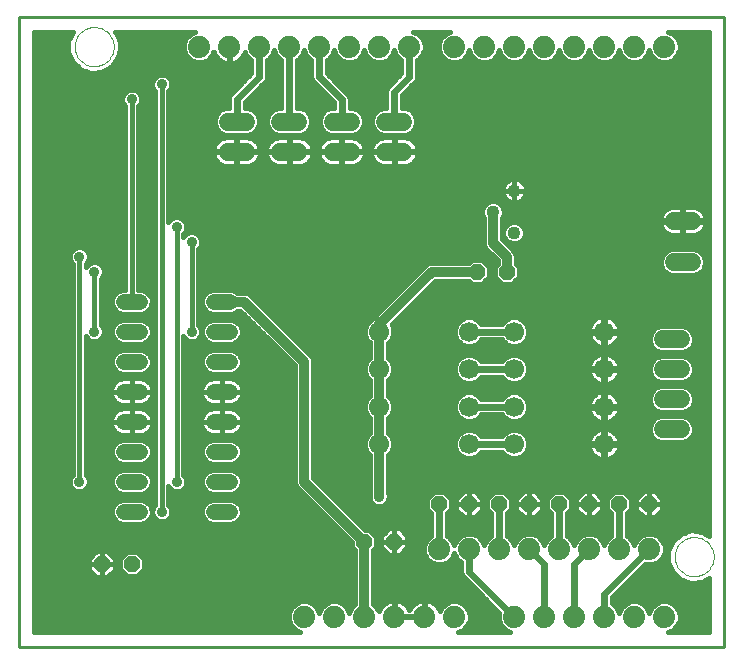
<source format=gbl>
G75*
G70*
%OFA0B0*%
%FSLAX24Y24*%
%IPPOS*%
%LPD*%
%AMOC8*
5,1,8,0,0,1.08239X$1,22.5*
%
%ADD10C,0.0100*%
%ADD11C,0.0669*%
%ADD12C,0.0520*%
%ADD13C,0.0600*%
%ADD14C,0.0436*%
%ADD15OC8,0.0520*%
%ADD16C,0.0740*%
%ADD17C,0.0000*%
%ADD18C,0.0594*%
%ADD19C,0.0160*%
%ADD20C,0.0320*%
%ADD21C,0.0240*%
%ADD22C,0.0356*%
D10*
X006259Y000161D02*
X006259Y021157D01*
X029754Y021157D01*
X029754Y000161D01*
X006259Y000161D01*
D11*
X018259Y006911D03*
X018259Y008161D03*
X018259Y009411D03*
X018259Y010661D03*
X021259Y010661D03*
X022759Y010661D03*
X022759Y009411D03*
X021259Y009411D03*
X021259Y008161D03*
X022759Y008161D03*
X022759Y006911D03*
X021259Y006911D03*
X025759Y006911D03*
X025759Y008161D03*
X025759Y009411D03*
X025759Y010661D03*
D12*
X013269Y010661D02*
X012749Y010661D01*
X012749Y011661D02*
X013269Y011661D01*
X013269Y009661D02*
X012749Y009661D01*
X012749Y008661D02*
X013269Y008661D01*
X013269Y007661D02*
X012749Y007661D01*
X012749Y006661D02*
X013269Y006661D01*
X013269Y005661D02*
X012749Y005661D01*
X012749Y004661D02*
X013269Y004661D01*
X010269Y004661D02*
X009749Y004661D01*
X009749Y005661D02*
X010269Y005661D01*
X010269Y006661D02*
X009749Y006661D01*
X009749Y007661D02*
X010269Y007661D01*
X010269Y008661D02*
X009749Y008661D01*
X009749Y009661D02*
X010269Y009661D01*
X010269Y010661D02*
X009749Y010661D01*
X009749Y011661D02*
X010269Y011661D01*
D13*
X013209Y016661D02*
X013809Y016661D01*
X014959Y016661D02*
X015559Y016661D01*
X016709Y016661D02*
X017309Y016661D01*
X018459Y016661D02*
X019059Y016661D01*
X019059Y017661D02*
X018459Y017661D01*
X017309Y017661D02*
X016709Y017661D01*
X015559Y017661D02*
X014959Y017661D01*
X013809Y017661D02*
X013209Y017661D01*
X027709Y010411D02*
X028309Y010411D01*
X028309Y009411D02*
X027709Y009411D01*
X027709Y008411D02*
X028309Y008411D01*
X028309Y007411D02*
X027709Y007411D01*
D14*
X022759Y013961D03*
X022049Y014661D03*
X022759Y015361D03*
D15*
X022509Y012661D03*
X021509Y012661D03*
X021259Y004911D03*
X022259Y004911D03*
X023259Y004911D03*
X024259Y004911D03*
X025259Y004911D03*
X026259Y004911D03*
X027259Y004911D03*
X020259Y004911D03*
X018759Y003661D03*
X017759Y003661D03*
X010009Y002911D03*
X009009Y002911D03*
D16*
X015759Y001161D03*
X016759Y001161D03*
X017759Y001161D03*
X018759Y001161D03*
X019759Y001161D03*
X020759Y001161D03*
X022759Y001161D03*
X023759Y001161D03*
X024759Y001161D03*
X025759Y001161D03*
X026759Y001161D03*
X027759Y001161D03*
X027259Y003411D03*
X026259Y003411D03*
X025259Y003411D03*
X024259Y003411D03*
X023259Y003411D03*
X022259Y003411D03*
X021259Y003411D03*
X020259Y003411D03*
X020759Y020161D03*
X021759Y020161D03*
X022759Y020161D03*
X023759Y020161D03*
X024759Y020161D03*
X025759Y020161D03*
X026759Y020161D03*
X027759Y020161D03*
X019259Y020161D03*
X018259Y020161D03*
X017259Y020161D03*
X016259Y020161D03*
X015259Y020161D03*
X014259Y020161D03*
X013259Y020161D03*
X012259Y020161D03*
D17*
X008109Y020161D02*
X008111Y020211D01*
X008117Y020261D01*
X008127Y020311D01*
X008140Y020359D01*
X008157Y020407D01*
X008178Y020453D01*
X008202Y020497D01*
X008230Y020539D01*
X008261Y020579D01*
X008295Y020616D01*
X008332Y020651D01*
X008371Y020682D01*
X008412Y020711D01*
X008456Y020736D01*
X008502Y020758D01*
X008549Y020776D01*
X008597Y020790D01*
X008646Y020801D01*
X008696Y020808D01*
X008746Y020811D01*
X008797Y020810D01*
X008847Y020805D01*
X008897Y020796D01*
X008945Y020784D01*
X008993Y020767D01*
X009039Y020747D01*
X009084Y020724D01*
X009127Y020697D01*
X009167Y020667D01*
X009205Y020634D01*
X009240Y020598D01*
X009273Y020559D01*
X009302Y020518D01*
X009328Y020475D01*
X009351Y020430D01*
X009370Y020383D01*
X009385Y020335D01*
X009397Y020286D01*
X009405Y020236D01*
X009409Y020186D01*
X009409Y020136D01*
X009405Y020086D01*
X009397Y020036D01*
X009385Y019987D01*
X009370Y019939D01*
X009351Y019892D01*
X009328Y019847D01*
X009302Y019804D01*
X009273Y019763D01*
X009240Y019724D01*
X009205Y019688D01*
X009167Y019655D01*
X009127Y019625D01*
X009084Y019598D01*
X009039Y019575D01*
X008993Y019555D01*
X008945Y019538D01*
X008897Y019526D01*
X008847Y019517D01*
X008797Y019512D01*
X008746Y019511D01*
X008696Y019514D01*
X008646Y019521D01*
X008597Y019532D01*
X008549Y019546D01*
X008502Y019564D01*
X008456Y019586D01*
X008412Y019611D01*
X008371Y019640D01*
X008332Y019671D01*
X008295Y019706D01*
X008261Y019743D01*
X008230Y019783D01*
X008202Y019825D01*
X008178Y019869D01*
X008157Y019915D01*
X008140Y019963D01*
X008127Y020011D01*
X008117Y020061D01*
X008111Y020111D01*
X008109Y020161D01*
X028109Y003161D02*
X028111Y003211D01*
X028117Y003261D01*
X028127Y003311D01*
X028140Y003359D01*
X028157Y003407D01*
X028178Y003453D01*
X028202Y003497D01*
X028230Y003539D01*
X028261Y003579D01*
X028295Y003616D01*
X028332Y003651D01*
X028371Y003682D01*
X028412Y003711D01*
X028456Y003736D01*
X028502Y003758D01*
X028549Y003776D01*
X028597Y003790D01*
X028646Y003801D01*
X028696Y003808D01*
X028746Y003811D01*
X028797Y003810D01*
X028847Y003805D01*
X028897Y003796D01*
X028945Y003784D01*
X028993Y003767D01*
X029039Y003747D01*
X029084Y003724D01*
X029127Y003697D01*
X029167Y003667D01*
X029205Y003634D01*
X029240Y003598D01*
X029273Y003559D01*
X029302Y003518D01*
X029328Y003475D01*
X029351Y003430D01*
X029370Y003383D01*
X029385Y003335D01*
X029397Y003286D01*
X029405Y003236D01*
X029409Y003186D01*
X029409Y003136D01*
X029405Y003086D01*
X029397Y003036D01*
X029385Y002987D01*
X029370Y002939D01*
X029351Y002892D01*
X029328Y002847D01*
X029302Y002804D01*
X029273Y002763D01*
X029240Y002724D01*
X029205Y002688D01*
X029167Y002655D01*
X029127Y002625D01*
X029084Y002598D01*
X029039Y002575D01*
X028993Y002555D01*
X028945Y002538D01*
X028897Y002526D01*
X028847Y002517D01*
X028797Y002512D01*
X028746Y002511D01*
X028696Y002514D01*
X028646Y002521D01*
X028597Y002532D01*
X028549Y002546D01*
X028502Y002564D01*
X028456Y002586D01*
X028412Y002611D01*
X028371Y002640D01*
X028332Y002671D01*
X028295Y002706D01*
X028261Y002743D01*
X028230Y002783D01*
X028202Y002825D01*
X028178Y002869D01*
X028157Y002915D01*
X028140Y002963D01*
X028127Y003011D01*
X028117Y003061D01*
X028111Y003111D01*
X028109Y003161D01*
D18*
X028087Y012972D02*
X028681Y012972D01*
X028681Y014350D02*
X028087Y014350D01*
D19*
X028365Y014332D02*
X027610Y014332D01*
X027610Y014313D01*
X027622Y014239D01*
X027645Y014167D01*
X027679Y014100D01*
X027723Y014040D01*
X027776Y013986D01*
X027837Y013942D01*
X027904Y013908D01*
X027975Y013885D01*
X028049Y013873D01*
X028365Y013873D01*
X028365Y014332D01*
X028365Y014369D01*
X028365Y014827D01*
X028049Y014827D01*
X027975Y014815D01*
X027904Y014792D01*
X027837Y014758D01*
X027776Y014714D01*
X027723Y014661D01*
X027679Y014600D01*
X027645Y014533D01*
X027622Y014462D01*
X027610Y014388D01*
X027610Y014369D01*
X028365Y014369D01*
X028402Y014369D01*
X028402Y014827D01*
X028718Y014827D01*
X028792Y014815D01*
X028864Y014792D01*
X028931Y014758D01*
X028991Y014714D01*
X029044Y014661D01*
X029089Y014600D01*
X029123Y014533D01*
X029146Y014462D01*
X029158Y014388D01*
X029158Y014369D01*
X028403Y014369D01*
X028403Y014332D01*
X029158Y014332D01*
X029158Y014313D01*
X029146Y014239D01*
X029123Y014167D01*
X029089Y014100D01*
X029044Y014040D01*
X028991Y013986D01*
X028931Y013942D01*
X028864Y013908D01*
X028792Y013885D01*
X028718Y013873D01*
X028402Y013873D01*
X028402Y014332D01*
X028365Y014332D01*
X028365Y014272D02*
X028402Y014272D01*
X028402Y014430D02*
X028365Y014430D01*
X028365Y014589D02*
X028402Y014589D01*
X028402Y014747D02*
X028365Y014747D01*
X027822Y014747D02*
X022401Y014747D01*
X022407Y014732D02*
X022352Y014864D01*
X022252Y014965D01*
X022120Y015019D01*
X021978Y015019D01*
X021846Y014965D01*
X021745Y014864D01*
X021691Y014732D01*
X021691Y014590D01*
X021745Y014458D01*
X021749Y014455D01*
X021749Y013681D01*
X021749Y013562D01*
X021795Y013451D01*
X022209Y013037D01*
X022209Y012927D01*
X022109Y012827D01*
X022109Y012496D01*
X022343Y012261D01*
X022675Y012261D01*
X022909Y012496D01*
X022909Y012827D01*
X022809Y012927D01*
X022809Y013221D01*
X022763Y013331D01*
X022679Y013416D01*
X022349Y013746D01*
X022349Y014455D01*
X022352Y014458D01*
X022407Y014590D01*
X022407Y014732D01*
X022406Y014589D02*
X027673Y014589D01*
X027617Y014430D02*
X022349Y014430D01*
X022349Y014272D02*
X022572Y014272D01*
X022556Y014265D02*
X022455Y014164D01*
X022401Y014032D01*
X022401Y013890D01*
X022455Y013758D01*
X022556Y013658D01*
X022688Y013603D01*
X022830Y013603D01*
X022962Y013658D01*
X023062Y013758D01*
X023117Y013890D01*
X023117Y014032D01*
X023062Y014164D01*
X022962Y014265D01*
X022830Y014319D01*
X022688Y014319D01*
X022556Y014265D01*
X022434Y014113D02*
X022349Y014113D01*
X022349Y013955D02*
X022401Y013955D01*
X022440Y013796D02*
X022349Y013796D01*
X022457Y013637D02*
X022605Y013637D01*
X022615Y013479D02*
X029259Y013479D01*
X029259Y013637D02*
X022913Y013637D01*
X023078Y013796D02*
X029259Y013796D01*
X029259Y013955D02*
X028947Y013955D01*
X029095Y014113D02*
X029259Y014113D01*
X029259Y014272D02*
X029151Y014272D01*
X029151Y014430D02*
X029259Y014430D01*
X029259Y014589D02*
X029094Y014589D01*
X028946Y014747D02*
X029259Y014747D01*
X029259Y014906D02*
X022311Y014906D01*
X022493Y015064D02*
X011229Y015064D01*
X011229Y014906D02*
X021787Y014906D01*
X021697Y014747D02*
X011229Y014747D01*
X011229Y014589D02*
X021691Y014589D01*
X021749Y014430D02*
X011690Y014430D01*
X011689Y014431D02*
X011572Y014479D01*
X011446Y014479D01*
X011329Y014431D01*
X011239Y014341D01*
X011229Y014316D01*
X011229Y018681D01*
X011279Y018731D01*
X011327Y018848D01*
X011327Y018975D01*
X011279Y019091D01*
X011189Y019181D01*
X011072Y019229D01*
X010946Y019229D01*
X010829Y019181D01*
X010739Y019091D01*
X010691Y018975D01*
X010691Y018848D01*
X010739Y018731D01*
X010789Y018681D01*
X010789Y004891D01*
X010739Y004841D01*
X010691Y004725D01*
X010691Y004598D01*
X010739Y004481D01*
X010829Y004392D01*
X010946Y004343D01*
X011072Y004343D01*
X011189Y004392D01*
X011279Y004481D01*
X011327Y004598D01*
X011327Y004725D01*
X011279Y004841D01*
X011229Y004891D01*
X011229Y005506D01*
X011239Y005481D01*
X011329Y005392D01*
X011446Y005343D01*
X011572Y005343D01*
X011689Y005392D01*
X011779Y005481D01*
X011827Y005598D01*
X011827Y005725D01*
X011779Y005841D01*
X011729Y005891D01*
X011729Y010506D01*
X011739Y010481D01*
X011829Y010392D01*
X011946Y010343D01*
X012072Y010343D01*
X012189Y010392D01*
X012279Y010481D01*
X012327Y010598D01*
X012327Y010725D01*
X012279Y010841D01*
X012229Y010891D01*
X012229Y013431D01*
X012279Y013481D01*
X012327Y013598D01*
X012327Y013725D01*
X012279Y013841D01*
X012189Y013931D01*
X012072Y013979D01*
X011946Y013979D01*
X011829Y013931D01*
X011739Y013841D01*
X011729Y013816D01*
X011729Y013931D01*
X011779Y013981D01*
X011827Y014098D01*
X011827Y014225D01*
X011779Y014341D01*
X011689Y014431D01*
X011807Y014272D02*
X021749Y014272D01*
X021749Y014113D02*
X011827Y014113D01*
X011886Y013955D02*
X011752Y013955D01*
X011509Y014161D02*
X011509Y005661D01*
X011808Y005552D02*
X012361Y005552D01*
X012349Y005582D02*
X012410Y005435D01*
X012522Y005322D01*
X012669Y005261D01*
X013348Y005261D01*
X013495Y005322D01*
X013608Y005435D01*
X013669Y005582D01*
X013669Y005741D01*
X013608Y005888D01*
X013495Y006000D01*
X013348Y006061D01*
X012669Y006061D01*
X012522Y006000D01*
X012410Y005888D01*
X012349Y005741D01*
X012349Y005582D01*
X012349Y005710D02*
X011827Y005710D01*
X011751Y005869D02*
X012402Y005869D01*
X012588Y006027D02*
X011729Y006027D01*
X011729Y006186D02*
X015459Y006186D01*
X015459Y006344D02*
X013518Y006344D01*
X013495Y006322D02*
X013608Y006435D01*
X013669Y006582D01*
X013669Y006741D01*
X013608Y006888D01*
X013495Y007000D01*
X013348Y007061D01*
X012669Y007061D01*
X012522Y007000D01*
X012410Y006888D01*
X012349Y006741D01*
X012349Y006582D01*
X012410Y006435D01*
X012522Y006322D01*
X012669Y006261D01*
X013348Y006261D01*
X013495Y006322D01*
X013636Y006503D02*
X015459Y006503D01*
X015459Y006662D02*
X013669Y006662D01*
X013636Y006820D02*
X015459Y006820D01*
X015459Y006979D02*
X013517Y006979D01*
X013438Y007254D02*
X013499Y007285D01*
X013556Y007326D01*
X013604Y007375D01*
X013645Y007431D01*
X013677Y007492D01*
X013698Y007558D01*
X013709Y007627D01*
X013709Y007661D01*
X013009Y007661D01*
X013009Y007221D01*
X013304Y007221D01*
X013372Y007232D01*
X013438Y007254D01*
X013514Y007296D02*
X015459Y007296D01*
X015459Y007454D02*
X013657Y007454D01*
X013707Y007613D02*
X015459Y007613D01*
X015459Y007771D02*
X013696Y007771D01*
X013698Y007764D02*
X013677Y007830D01*
X013645Y007892D01*
X013604Y007948D01*
X013556Y007997D01*
X013499Y008038D01*
X013438Y008069D01*
X013372Y008090D01*
X013304Y008101D01*
X013009Y008101D01*
X013009Y007662D01*
X013009Y007662D01*
X013009Y008101D01*
X012714Y008101D01*
X012646Y008090D01*
X012580Y008069D01*
X012518Y008038D01*
X012462Y007997D01*
X012413Y007948D01*
X012373Y007892D01*
X012341Y007830D01*
X012320Y007764D01*
X012309Y007696D01*
X012309Y007661D01*
X012309Y007627D01*
X012320Y007558D01*
X012341Y007492D01*
X012373Y007431D01*
X012413Y007375D01*
X012462Y007326D01*
X012518Y007285D01*
X012580Y007254D01*
X012646Y007232D01*
X012714Y007221D01*
X013009Y007221D01*
X013009Y007661D01*
X013009Y007661D01*
X013009Y007661D01*
X013709Y007661D01*
X013709Y007696D01*
X013698Y007764D01*
X013618Y007930D02*
X015459Y007930D01*
X015459Y008088D02*
X013378Y008088D01*
X013372Y008232D02*
X013438Y008254D01*
X013499Y008285D01*
X013556Y008326D01*
X013604Y008375D01*
X013645Y008431D01*
X013677Y008492D01*
X013698Y008558D01*
X013709Y008627D01*
X013709Y008661D01*
X013009Y008661D01*
X013009Y008221D01*
X013304Y008221D01*
X013372Y008232D01*
X013418Y008247D02*
X015459Y008247D01*
X015459Y008406D02*
X013627Y008406D01*
X013699Y008564D02*
X015459Y008564D01*
X015459Y008723D02*
X013705Y008723D01*
X013709Y008696D02*
X013698Y008764D01*
X013677Y008830D01*
X013645Y008892D01*
X013604Y008948D01*
X013556Y008997D01*
X013499Y009038D01*
X013438Y009069D01*
X013372Y009090D01*
X013304Y009101D01*
X013009Y009101D01*
X013009Y008662D01*
X013009Y008662D01*
X013009Y009101D01*
X012714Y009101D01*
X012646Y009090D01*
X012580Y009069D01*
X012518Y009038D01*
X012462Y008997D01*
X012413Y008948D01*
X012373Y008892D01*
X012341Y008830D01*
X012320Y008764D01*
X012309Y008696D01*
X012309Y008661D01*
X012309Y008627D01*
X012320Y008558D01*
X012341Y008492D01*
X012373Y008431D01*
X012413Y008375D01*
X012462Y008326D01*
X012518Y008285D01*
X012580Y008254D01*
X012646Y008232D01*
X012714Y008221D01*
X013009Y008221D01*
X013009Y008661D01*
X013009Y008661D01*
X013009Y008661D01*
X013709Y008661D01*
X013709Y008696D01*
X013651Y008881D02*
X015459Y008881D01*
X015459Y009040D02*
X013495Y009040D01*
X013348Y009261D02*
X013495Y009322D01*
X013608Y009435D01*
X013669Y009582D01*
X013669Y009741D01*
X013608Y009888D01*
X013495Y010000D01*
X013348Y010061D01*
X012669Y010061D01*
X012522Y010000D01*
X012410Y009888D01*
X012349Y009741D01*
X012349Y009582D01*
X012410Y009435D01*
X012522Y009322D01*
X012669Y009261D01*
X013348Y009261D01*
X013530Y009357D02*
X015459Y009357D01*
X015459Y009515D02*
X013641Y009515D01*
X013669Y009674D02*
X015322Y009674D01*
X015459Y009537D02*
X015459Y005721D01*
X015459Y005602D01*
X015505Y005491D01*
X017359Y003637D01*
X017359Y003496D01*
X017459Y003396D01*
X017459Y001582D01*
X017327Y001450D01*
X017259Y001287D01*
X017191Y001450D01*
X017048Y001594D01*
X016860Y001671D01*
X016657Y001671D01*
X016470Y001594D01*
X016327Y001450D01*
X016259Y001287D01*
X016191Y001450D01*
X016048Y001594D01*
X015860Y001671D01*
X015657Y001671D01*
X015470Y001594D01*
X015327Y001450D01*
X015249Y001263D01*
X015249Y001060D01*
X015327Y000872D01*
X015470Y000729D01*
X015633Y000661D01*
X006759Y000661D01*
X006759Y020661D01*
X008039Y020661D01*
X007898Y020344D01*
X007898Y019978D01*
X008047Y019644D01*
X008319Y019399D01*
X008667Y019286D01*
X009031Y019324D01*
X009348Y019507D01*
X009348Y019507D01*
X009348Y019507D01*
X009563Y019803D01*
X009563Y019803D01*
X009639Y020161D01*
X009563Y020519D01*
X009563Y020519D01*
X009460Y020661D01*
X012133Y020661D01*
X011970Y020594D01*
X011827Y020450D01*
X011749Y020263D01*
X011749Y020060D01*
X011827Y019872D01*
X011970Y019729D01*
X012157Y019651D01*
X012360Y019651D01*
X012548Y019729D01*
X012691Y019872D01*
X012738Y019985D01*
X012749Y019950D01*
X012789Y019873D01*
X012839Y019803D01*
X012901Y019742D01*
X012971Y019691D01*
X013048Y019652D01*
X013130Y019625D01*
X013216Y019611D01*
X013239Y019611D01*
X013239Y020141D01*
X013279Y020141D01*
X013279Y019611D01*
X013302Y019611D01*
X013388Y019625D01*
X013470Y019652D01*
X013547Y019691D01*
X013617Y019742D01*
X013678Y019803D01*
X013729Y019873D01*
X013769Y019950D01*
X013780Y019985D01*
X013827Y019872D01*
X013970Y019729D01*
X013999Y019717D01*
X013999Y019269D01*
X013362Y018632D01*
X013288Y018559D01*
X013249Y018463D01*
X013249Y018101D01*
X013121Y018101D01*
X012960Y018034D01*
X012836Y017910D01*
X012769Y017749D01*
X012769Y017574D01*
X012836Y017412D01*
X012960Y017288D01*
X013121Y017221D01*
X013896Y017221D01*
X014058Y017288D01*
X014182Y017412D01*
X014249Y017574D01*
X014249Y017749D01*
X014182Y017910D01*
X014058Y018034D01*
X013896Y018101D01*
X013769Y018101D01*
X013769Y018304D01*
X014406Y018941D01*
X014479Y019014D01*
X014519Y019110D01*
X014519Y019717D01*
X014548Y019729D01*
X014691Y019872D01*
X014759Y020036D01*
X014827Y019872D01*
X014970Y019729D01*
X014999Y019717D01*
X014999Y018101D01*
X014871Y018101D01*
X014710Y018034D01*
X014586Y017910D01*
X014519Y017749D01*
X014519Y017574D01*
X014586Y017412D01*
X014710Y017288D01*
X014871Y017221D01*
X015646Y017221D01*
X015808Y017288D01*
X015932Y017412D01*
X015999Y017574D01*
X015999Y017749D01*
X015932Y017910D01*
X015808Y018034D01*
X015646Y018101D01*
X015519Y018101D01*
X015519Y019717D01*
X015548Y019729D01*
X015691Y019872D01*
X015759Y020036D01*
X015827Y019872D01*
X015970Y019729D01*
X015999Y019717D01*
X015999Y019110D01*
X016038Y019014D01*
X016112Y018941D01*
X016749Y018304D01*
X016749Y018101D01*
X016621Y018101D01*
X016460Y018034D01*
X016336Y017910D01*
X016269Y017749D01*
X016269Y017574D01*
X016336Y017412D01*
X016460Y017288D01*
X016621Y017221D01*
X017396Y017221D01*
X017558Y017288D01*
X017682Y017412D01*
X017749Y017574D01*
X017749Y017749D01*
X017682Y017910D01*
X017558Y018034D01*
X017396Y018101D01*
X017269Y018101D01*
X017269Y018463D01*
X017229Y018559D01*
X017156Y018632D01*
X016519Y019269D01*
X016519Y019717D01*
X016548Y019729D01*
X016691Y019872D01*
X016759Y020036D01*
X016827Y019872D01*
X016970Y019729D01*
X017157Y019651D01*
X017360Y019651D01*
X017548Y019729D01*
X017691Y019872D01*
X017759Y020036D01*
X017827Y019872D01*
X017970Y019729D01*
X018157Y019651D01*
X018360Y019651D01*
X018548Y019729D01*
X018691Y019872D01*
X018759Y020036D01*
X018827Y019872D01*
X018970Y019729D01*
X018999Y019717D01*
X018999Y019269D01*
X018612Y018882D01*
X018538Y018809D01*
X018499Y018713D01*
X018499Y018101D01*
X018371Y018101D01*
X018210Y018034D01*
X018086Y017910D01*
X018019Y017749D01*
X018019Y017574D01*
X018086Y017412D01*
X018210Y017288D01*
X018371Y017221D01*
X019146Y017221D01*
X019308Y017288D01*
X019432Y017412D01*
X019499Y017574D01*
X019499Y017749D01*
X019432Y017910D01*
X019308Y018034D01*
X019146Y018101D01*
X019019Y018101D01*
X019019Y018554D01*
X019406Y018941D01*
X019479Y019014D01*
X019519Y019110D01*
X019519Y019717D01*
X019548Y019729D01*
X019691Y019872D01*
X019769Y020060D01*
X019769Y020263D01*
X019691Y020450D01*
X019548Y020594D01*
X019384Y020661D01*
X020633Y020661D01*
X020470Y020594D01*
X020327Y020450D01*
X020249Y020263D01*
X020249Y020060D01*
X020327Y019872D01*
X020470Y019729D01*
X020657Y019651D01*
X020860Y019651D01*
X021048Y019729D01*
X021191Y019872D01*
X021259Y020036D01*
X021327Y019872D01*
X021470Y019729D01*
X021657Y019651D01*
X021860Y019651D01*
X022048Y019729D01*
X022191Y019872D01*
X022259Y020036D01*
X022327Y019872D01*
X022470Y019729D01*
X022657Y019651D01*
X022860Y019651D01*
X023048Y019729D01*
X023191Y019872D01*
X023259Y020036D01*
X023327Y019872D01*
X023470Y019729D01*
X023657Y019651D01*
X023860Y019651D01*
X024048Y019729D01*
X024191Y019872D01*
X024259Y020036D01*
X024327Y019872D01*
X024470Y019729D01*
X024657Y019651D01*
X024860Y019651D01*
X025048Y019729D01*
X025191Y019872D01*
X025259Y020036D01*
X025327Y019872D01*
X025470Y019729D01*
X025657Y019651D01*
X025860Y019651D01*
X026048Y019729D01*
X026191Y019872D01*
X026259Y020036D01*
X026327Y019872D01*
X026470Y019729D01*
X026657Y019651D01*
X026860Y019651D01*
X027048Y019729D01*
X027191Y019872D01*
X027259Y020036D01*
X027327Y019872D01*
X027470Y019729D01*
X027657Y019651D01*
X027860Y019651D01*
X028048Y019729D01*
X028191Y019872D01*
X028269Y020060D01*
X028269Y020263D01*
X028191Y020450D01*
X028048Y020594D01*
X027884Y020661D01*
X029259Y020661D01*
X029259Y003866D01*
X029031Y003998D01*
X029031Y003998D01*
X028667Y004036D01*
X028319Y003923D01*
X028047Y003679D01*
X028047Y003678D01*
X027898Y003344D01*
X027898Y002978D01*
X028047Y002644D01*
X028319Y002399D01*
X028667Y002286D01*
X029031Y002324D01*
X029259Y002456D01*
X029259Y000661D01*
X027884Y000661D01*
X028048Y000729D01*
X028191Y000872D01*
X028269Y001060D01*
X028269Y001263D01*
X028191Y001450D01*
X028048Y001594D01*
X027860Y001671D01*
X027657Y001671D01*
X027470Y001594D01*
X027327Y001450D01*
X027259Y001287D01*
X027191Y001450D01*
X027048Y001594D01*
X026860Y001671D01*
X026657Y001671D01*
X026470Y001594D01*
X026327Y001450D01*
X026259Y001287D01*
X026191Y001450D01*
X026048Y001594D01*
X026019Y001606D01*
X026019Y001804D01*
X027129Y002913D01*
X027157Y002901D01*
X027360Y002901D01*
X027548Y002979D01*
X027691Y003122D01*
X027769Y003310D01*
X027769Y003513D01*
X027691Y003700D01*
X027548Y003844D01*
X027360Y003921D01*
X027157Y003921D01*
X026970Y003844D01*
X026827Y003700D01*
X026759Y003537D01*
X026691Y003700D01*
X026548Y003844D01*
X026519Y003856D01*
X026519Y004606D01*
X026659Y004746D01*
X026659Y005077D01*
X026425Y005311D01*
X026093Y005311D01*
X025859Y005077D01*
X025859Y004746D01*
X025999Y004606D01*
X025999Y003856D01*
X025970Y003844D01*
X025827Y003700D01*
X025759Y003537D01*
X025691Y003700D01*
X025548Y003844D01*
X025360Y003921D01*
X025157Y003921D01*
X024970Y003844D01*
X024827Y003700D01*
X024759Y003537D01*
X024691Y003700D01*
X024548Y003844D01*
X024519Y003856D01*
X024519Y004606D01*
X024659Y004746D01*
X024659Y005077D01*
X024425Y005311D01*
X024093Y005311D01*
X023859Y005077D01*
X023859Y004746D01*
X023999Y004606D01*
X023999Y003856D01*
X023970Y003844D01*
X023827Y003700D01*
X023759Y003537D01*
X023691Y003700D01*
X023548Y003844D01*
X023360Y003921D01*
X023157Y003921D01*
X022970Y003844D01*
X022827Y003700D01*
X022759Y003537D01*
X022691Y003700D01*
X022548Y003844D01*
X022519Y003856D01*
X022519Y004606D01*
X022659Y004746D01*
X022659Y005077D01*
X022425Y005311D01*
X022093Y005311D01*
X021859Y005077D01*
X021859Y004746D01*
X021999Y004606D01*
X021999Y003856D01*
X021970Y003844D01*
X021827Y003700D01*
X021759Y003537D01*
X021691Y003700D01*
X021548Y003844D01*
X021360Y003921D01*
X021157Y003921D01*
X020970Y003844D01*
X020827Y003700D01*
X020759Y003537D01*
X020691Y003700D01*
X020548Y003844D01*
X020519Y003856D01*
X020519Y004606D01*
X020659Y004746D01*
X020659Y005077D01*
X020425Y005311D01*
X020093Y005311D01*
X019859Y005077D01*
X019859Y004746D01*
X019999Y004606D01*
X019999Y003856D01*
X019970Y003844D01*
X019827Y003700D01*
X019749Y003513D01*
X019749Y003310D01*
X019827Y003122D01*
X019970Y002979D01*
X020157Y002901D01*
X020360Y002901D01*
X020548Y002979D01*
X020691Y003122D01*
X020759Y003286D01*
X020827Y003122D01*
X020970Y002979D01*
X020999Y002967D01*
X020999Y002610D01*
X021038Y002514D01*
X021112Y002441D01*
X022261Y001292D01*
X022249Y001263D01*
X022249Y001060D01*
X022327Y000872D01*
X022470Y000729D01*
X022633Y000661D01*
X020884Y000661D01*
X021048Y000729D01*
X021191Y000872D01*
X021269Y001060D01*
X021269Y001263D01*
X021191Y001450D01*
X021048Y001594D01*
X020860Y001671D01*
X020657Y001671D01*
X020470Y001594D01*
X020327Y001450D01*
X020280Y001337D01*
X020269Y001372D01*
X020229Y001449D01*
X020178Y001520D01*
X020117Y001581D01*
X020047Y001632D01*
X019970Y001671D01*
X019888Y001698D01*
X019802Y001711D01*
X019779Y001711D01*
X019779Y001181D01*
X019739Y001181D01*
X019739Y001141D01*
X019209Y001141D01*
X018779Y001141D01*
X018779Y001181D01*
X019209Y001181D01*
X019739Y001181D01*
X019739Y001711D01*
X019716Y001711D01*
X019630Y001698D01*
X019548Y001671D01*
X019471Y001632D01*
X019401Y001581D01*
X019339Y001520D01*
X019289Y001449D01*
X019259Y001391D01*
X019229Y001449D01*
X019178Y001520D01*
X019117Y001581D01*
X019047Y001632D01*
X018970Y001671D01*
X018888Y001698D01*
X018802Y001711D01*
X018779Y001711D01*
X018779Y001181D01*
X018739Y001181D01*
X018739Y001711D01*
X018716Y001711D01*
X018630Y001698D01*
X018548Y001671D01*
X018471Y001632D01*
X018401Y001581D01*
X018339Y001520D01*
X018289Y001449D01*
X018249Y001372D01*
X018238Y001337D01*
X018191Y001450D01*
X018059Y001582D01*
X018059Y003396D01*
X018159Y003496D01*
X018159Y003827D01*
X017925Y004061D01*
X017783Y004061D01*
X016059Y005786D01*
X016059Y009721D01*
X016013Y009831D01*
X015929Y009916D01*
X013929Y011916D01*
X013819Y011961D01*
X013699Y011961D01*
X013535Y011961D01*
X013495Y012000D01*
X013348Y012061D01*
X012669Y012061D01*
X012522Y012000D01*
X012410Y011888D01*
X012349Y011741D01*
X012349Y011582D01*
X012410Y011435D01*
X012522Y011322D01*
X012669Y011261D01*
X013348Y011261D01*
X013495Y011322D01*
X013535Y011361D01*
X013635Y011361D01*
X015459Y009537D01*
X015163Y009832D02*
X013631Y009832D01*
X013505Y009991D02*
X015005Y009991D01*
X014846Y010149D02*
X011729Y010149D01*
X011729Y009991D02*
X012513Y009991D01*
X012387Y009832D02*
X011729Y009832D01*
X011729Y009674D02*
X012349Y009674D01*
X012376Y009515D02*
X011729Y009515D01*
X011729Y009357D02*
X012488Y009357D01*
X012522Y009040D02*
X011729Y009040D01*
X011729Y009198D02*
X015459Y009198D01*
X016059Y009198D02*
X017833Y009198D01*
X017856Y009142D02*
X017959Y009040D01*
X017959Y008533D01*
X017856Y008430D01*
X017784Y008256D01*
X017784Y008067D01*
X017856Y007892D01*
X017959Y007790D01*
X017959Y007283D01*
X017856Y007180D01*
X017784Y007006D01*
X017784Y006817D01*
X017856Y006642D01*
X017959Y006540D01*
X017959Y005268D01*
X017941Y005225D01*
X017941Y005098D01*
X017989Y004981D01*
X018079Y004892D01*
X018196Y004843D01*
X018322Y004843D01*
X018439Y004892D01*
X018529Y004981D01*
X018577Y005098D01*
X018577Y005225D01*
X018559Y005268D01*
X018559Y006540D01*
X018661Y006642D01*
X018734Y006817D01*
X018734Y007006D01*
X018661Y007180D01*
X018559Y007283D01*
X018559Y007790D01*
X018661Y007892D01*
X018734Y008067D01*
X018734Y008256D01*
X018661Y008430D01*
X018559Y008533D01*
X018559Y009040D01*
X018661Y009142D01*
X018734Y009317D01*
X018734Y009506D01*
X018661Y009680D01*
X018559Y009783D01*
X018559Y010290D01*
X018661Y010392D01*
X018734Y010567D01*
X018734Y010756D01*
X018673Y010901D01*
X020133Y012361D01*
X021243Y012361D01*
X021343Y012261D01*
X021675Y012261D01*
X021909Y012496D01*
X021909Y012827D01*
X021675Y013061D01*
X021343Y013061D01*
X021243Y012961D01*
X019949Y012961D01*
X019839Y012916D01*
X019755Y012831D01*
X018005Y011081D01*
X017999Y011067D01*
X017990Y011064D01*
X017856Y010930D01*
X017784Y010756D01*
X017784Y010567D01*
X017856Y010392D01*
X017959Y010290D01*
X017959Y009783D01*
X017856Y009680D01*
X017784Y009506D01*
X017784Y009317D01*
X017856Y009142D01*
X017959Y009040D02*
X016059Y009040D01*
X016059Y008881D02*
X017959Y008881D01*
X017959Y008723D02*
X016059Y008723D01*
X016059Y008564D02*
X017959Y008564D01*
X017846Y008406D02*
X016059Y008406D01*
X016059Y008247D02*
X017784Y008247D01*
X017784Y008088D02*
X016059Y008088D01*
X016059Y007930D02*
X017841Y007930D01*
X017959Y007771D02*
X016059Y007771D01*
X016059Y007613D02*
X017959Y007613D01*
X017959Y007454D02*
X016059Y007454D01*
X016059Y007296D02*
X017959Y007296D01*
X017839Y007137D02*
X016059Y007137D01*
X016059Y006979D02*
X017784Y006979D01*
X017784Y006820D02*
X016059Y006820D01*
X016059Y006662D02*
X017849Y006662D01*
X017959Y006503D02*
X016059Y006503D01*
X016059Y006344D02*
X017959Y006344D01*
X017959Y006186D02*
X016059Y006186D01*
X016059Y006027D02*
X017959Y006027D01*
X017959Y005869D02*
X016059Y005869D01*
X016134Y005710D02*
X017959Y005710D01*
X017959Y005552D02*
X016293Y005552D01*
X016451Y005393D02*
X017959Y005393D01*
X017945Y005235D02*
X016610Y005235D01*
X016768Y005076D02*
X017950Y005076D01*
X018053Y004918D02*
X016927Y004918D01*
X017085Y004759D02*
X019859Y004759D01*
X019859Y004918D02*
X018465Y004918D01*
X018568Y005076D02*
X019859Y005076D01*
X020017Y005235D02*
X018573Y005235D01*
X018559Y005393D02*
X029259Y005393D01*
X029259Y005235D02*
X027558Y005235D01*
X027441Y005351D02*
X027259Y005351D01*
X027259Y004912D01*
X027259Y004912D01*
X027259Y005351D01*
X027077Y005351D01*
X026819Y005093D01*
X026819Y004911D01*
X026819Y004729D01*
X027077Y004471D01*
X027259Y004471D01*
X027441Y004471D01*
X027699Y004729D01*
X027699Y004911D01*
X027259Y004911D01*
X027259Y004471D01*
X027259Y004911D01*
X027259Y004911D01*
X027259Y004911D01*
X027699Y004911D01*
X027699Y005093D01*
X027441Y005351D01*
X027259Y005235D02*
X027259Y005235D01*
X027259Y005076D02*
X027259Y005076D01*
X027259Y004918D02*
X027259Y004918D01*
X027258Y004911D02*
X027258Y004911D01*
X026819Y004911D01*
X027258Y004911D01*
X027259Y004759D02*
X027259Y004759D01*
X027259Y004600D02*
X027259Y004600D01*
X027570Y004600D02*
X029259Y004600D01*
X029259Y004442D02*
X026519Y004442D01*
X026519Y004600D02*
X026947Y004600D01*
X026819Y004759D02*
X026659Y004759D01*
X026659Y004918D02*
X026819Y004918D01*
X026819Y005076D02*
X026659Y005076D01*
X026501Y005235D02*
X026960Y005235D01*
X026017Y005235D02*
X025558Y005235D01*
X025441Y005351D02*
X025259Y005351D01*
X025259Y004912D01*
X025259Y004912D01*
X025259Y005351D01*
X025077Y005351D01*
X024819Y005093D01*
X024819Y004911D01*
X024819Y004729D01*
X025077Y004471D01*
X025259Y004471D01*
X025441Y004471D01*
X025699Y004729D01*
X025699Y004911D01*
X025259Y004911D01*
X025259Y004471D01*
X025259Y004911D01*
X025259Y004911D01*
X025259Y004911D01*
X025699Y004911D01*
X025699Y005093D01*
X025441Y005351D01*
X025259Y005235D02*
X025259Y005235D01*
X025259Y005076D02*
X025259Y005076D01*
X025259Y004918D02*
X025259Y004918D01*
X025258Y004911D02*
X025258Y004911D01*
X024819Y004911D01*
X025258Y004911D01*
X025259Y004759D02*
X025259Y004759D01*
X025259Y004600D02*
X025259Y004600D01*
X025570Y004600D02*
X025999Y004600D01*
X025999Y004442D02*
X024519Y004442D01*
X024519Y004600D02*
X024947Y004600D01*
X024819Y004759D02*
X024659Y004759D01*
X024659Y004918D02*
X024819Y004918D01*
X024819Y005076D02*
X024659Y005076D01*
X024501Y005235D02*
X024960Y005235D01*
X025699Y005076D02*
X025859Y005076D01*
X025859Y004918D02*
X025699Y004918D01*
X025699Y004759D02*
X025859Y004759D01*
X025999Y004283D02*
X024519Y004283D01*
X024519Y004125D02*
X025999Y004125D01*
X025999Y003966D02*
X024519Y003966D01*
X024584Y003808D02*
X024934Y003808D01*
X024805Y003649D02*
X024712Y003649D01*
X025584Y003808D02*
X025934Y003808D01*
X025805Y003649D02*
X025712Y003649D01*
X026519Y003966D02*
X028451Y003966D01*
X028319Y003923D02*
X028319Y003923D01*
X028191Y003808D02*
X027584Y003808D01*
X027712Y003649D02*
X028034Y003649D01*
X027963Y003491D02*
X027769Y003491D01*
X027769Y003332D02*
X027898Y003332D01*
X027898Y003344D02*
X027898Y003344D01*
X027898Y003174D02*
X027712Y003174D01*
X027584Y003015D02*
X027898Y003015D01*
X027898Y002978D02*
X027898Y002978D01*
X027952Y002856D02*
X027072Y002856D01*
X026913Y002698D02*
X028023Y002698D01*
X028047Y002644D02*
X028047Y002644D01*
X028163Y002539D02*
X026755Y002539D01*
X026596Y002381D02*
X028375Y002381D01*
X028319Y002399D02*
X028319Y002399D01*
X028667Y002286D02*
X028667Y002286D01*
X029031Y002324D02*
X029031Y002324D01*
X029129Y002381D02*
X029259Y002381D01*
X029259Y002222D02*
X026438Y002222D01*
X026279Y002064D02*
X029259Y002064D01*
X029259Y001905D02*
X026121Y001905D01*
X026019Y001747D02*
X029259Y001747D01*
X029259Y001588D02*
X028053Y001588D01*
X028200Y001430D02*
X029259Y001430D01*
X029259Y001271D02*
X028265Y001271D01*
X028269Y001113D02*
X029259Y001113D01*
X029259Y000954D02*
X028225Y000954D01*
X028114Y000795D02*
X029259Y000795D01*
X027465Y001588D02*
X027053Y001588D01*
X027200Y001430D02*
X027318Y001430D01*
X026465Y001588D02*
X026053Y001588D01*
X026200Y001430D02*
X026318Y001430D01*
X026712Y003649D02*
X026805Y003649D01*
X026934Y003808D02*
X026584Y003808D01*
X026519Y004125D02*
X029259Y004125D01*
X029259Y004283D02*
X026519Y004283D01*
X027699Y004759D02*
X029259Y004759D01*
X029259Y004918D02*
X027699Y004918D01*
X027699Y005076D02*
X029259Y005076D01*
X029259Y005552D02*
X018559Y005552D01*
X018559Y005710D02*
X029259Y005710D01*
X029259Y005869D02*
X018559Y005869D01*
X018559Y006027D02*
X029259Y006027D01*
X029259Y006186D02*
X018559Y006186D01*
X018559Y006344D02*
X029259Y006344D01*
X029259Y006503D02*
X026072Y006503D01*
X026094Y006519D02*
X026151Y006576D01*
X026199Y006641D01*
X026236Y006714D01*
X026261Y006791D01*
X026274Y006871D01*
X026274Y006883D01*
X025787Y006883D01*
X025787Y006397D01*
X025799Y006397D01*
X025879Y006409D01*
X025956Y006434D01*
X026029Y006471D01*
X026094Y006519D01*
X026209Y006662D02*
X029259Y006662D01*
X029259Y006820D02*
X026265Y006820D01*
X026274Y006940D02*
X025787Y006940D01*
X025731Y006940D01*
X025731Y007426D01*
X025718Y007426D01*
X025638Y007413D01*
X025561Y007388D01*
X025489Y007351D01*
X025424Y007304D01*
X025366Y007246D01*
X025319Y007181D01*
X025282Y007109D01*
X025257Y007032D01*
X025244Y006952D01*
X025244Y006940D01*
X025730Y006940D01*
X025730Y006883D01*
X025244Y006883D01*
X025244Y006871D01*
X025257Y006791D01*
X025282Y006714D01*
X025319Y006641D01*
X025366Y006576D01*
X025424Y006519D01*
X025489Y006471D01*
X025561Y006434D01*
X025638Y006409D01*
X025718Y006397D01*
X025731Y006397D01*
X025731Y006883D01*
X025787Y006883D01*
X025787Y006940D01*
X025787Y007426D01*
X025799Y007426D01*
X025879Y007413D01*
X025956Y007388D01*
X026029Y007351D01*
X026094Y007304D01*
X026151Y007246D01*
X026199Y007181D01*
X026236Y007109D01*
X026261Y007032D01*
X026274Y006952D01*
X026274Y006940D01*
X026269Y006979D02*
X027604Y006979D01*
X027621Y006971D02*
X028396Y006971D01*
X028558Y007038D01*
X028682Y007162D01*
X028749Y007324D01*
X028749Y007499D01*
X028682Y007660D01*
X028558Y007784D01*
X028396Y007851D01*
X027621Y007851D01*
X027460Y007784D01*
X027336Y007660D01*
X027269Y007499D01*
X027269Y007324D01*
X027336Y007162D01*
X027460Y007038D01*
X027621Y006971D01*
X027361Y007137D02*
X026221Y007137D01*
X026102Y007296D02*
X027280Y007296D01*
X027269Y007454D02*
X018559Y007454D01*
X018559Y007296D02*
X020972Y007296D01*
X020990Y007314D02*
X020856Y007180D01*
X020784Y007006D01*
X020784Y006817D01*
X020856Y006642D01*
X020990Y006509D01*
X021164Y006437D01*
X021353Y006437D01*
X021528Y006509D01*
X021661Y006642D01*
X021665Y006651D01*
X022353Y006651D01*
X022356Y006642D01*
X022490Y006509D01*
X022664Y006437D01*
X022853Y006437D01*
X023028Y006509D01*
X023161Y006642D01*
X023234Y006817D01*
X023234Y007006D01*
X023161Y007180D01*
X023028Y007314D01*
X022853Y007386D01*
X022664Y007386D01*
X022490Y007314D01*
X022356Y007180D01*
X022353Y007171D01*
X021665Y007171D01*
X021661Y007180D01*
X021528Y007314D01*
X021353Y007386D01*
X021164Y007386D01*
X020990Y007314D01*
X020839Y007137D02*
X018679Y007137D01*
X018734Y006979D02*
X020784Y006979D01*
X020784Y006820D02*
X018734Y006820D01*
X018669Y006662D02*
X020849Y006662D01*
X021004Y006503D02*
X018559Y006503D01*
X018559Y007613D02*
X027316Y007613D01*
X027447Y007771D02*
X026097Y007771D01*
X026094Y007769D02*
X026151Y007826D01*
X026199Y007891D01*
X026236Y007964D01*
X026261Y008041D01*
X026274Y008121D01*
X026274Y008133D01*
X025787Y008133D01*
X025787Y007647D01*
X025799Y007647D01*
X025879Y007659D01*
X025956Y007684D01*
X026029Y007721D01*
X026094Y007769D01*
X026219Y007930D02*
X029259Y007930D01*
X029259Y008088D02*
X028608Y008088D01*
X028558Y008038D02*
X028682Y008162D01*
X028749Y008324D01*
X028749Y008499D01*
X028682Y008660D01*
X028558Y008784D01*
X028396Y008851D01*
X027621Y008851D01*
X027460Y008784D01*
X027336Y008660D01*
X027269Y008499D01*
X027269Y008324D01*
X027336Y008162D01*
X027460Y008038D01*
X027621Y007971D01*
X028396Y007971D01*
X028558Y008038D01*
X028717Y008247D02*
X029259Y008247D01*
X029259Y008406D02*
X028749Y008406D01*
X028722Y008564D02*
X029259Y008564D01*
X029259Y008723D02*
X028620Y008723D01*
X028558Y009038D02*
X028682Y009162D01*
X028749Y009324D01*
X028749Y009499D01*
X028682Y009660D01*
X028558Y009784D01*
X028396Y009851D01*
X027621Y009851D01*
X027460Y009784D01*
X027336Y009660D01*
X027269Y009499D01*
X027269Y009324D01*
X027336Y009162D01*
X027460Y009038D01*
X027621Y008971D01*
X028396Y008971D01*
X028558Y009038D01*
X028560Y009040D02*
X029259Y009040D01*
X029259Y009198D02*
X028697Y009198D01*
X028749Y009357D02*
X029259Y009357D01*
X029259Y009515D02*
X028742Y009515D01*
X028669Y009674D02*
X029259Y009674D01*
X029259Y009832D02*
X028442Y009832D01*
X028396Y009971D02*
X028558Y010038D01*
X028682Y010162D01*
X028749Y010324D01*
X028749Y010499D01*
X028682Y010660D01*
X028558Y010784D01*
X028396Y010851D01*
X027621Y010851D01*
X027460Y010784D01*
X027336Y010660D01*
X027269Y010499D01*
X027269Y010324D01*
X027336Y010162D01*
X027460Y010038D01*
X027621Y009971D01*
X028396Y009971D01*
X028444Y009991D02*
X029259Y009991D01*
X029259Y010149D02*
X028669Y010149D01*
X028742Y010308D02*
X029259Y010308D01*
X029259Y010467D02*
X028749Y010467D01*
X028697Y010625D02*
X029259Y010625D01*
X029259Y010784D02*
X028559Y010784D01*
X029259Y010942D02*
X026191Y010942D01*
X026199Y010931D02*
X026151Y010996D01*
X026094Y011054D01*
X026029Y011101D01*
X026030Y011101D02*
X029259Y011101D01*
X029259Y011259D02*
X019031Y011259D01*
X018873Y011101D02*
X021080Y011101D01*
X021164Y011136D02*
X020990Y011064D01*
X020856Y010930D01*
X020784Y010756D01*
X020784Y010567D01*
X020856Y010392D01*
X020990Y010259D01*
X021164Y010187D01*
X021353Y010187D01*
X021528Y010259D01*
X021661Y010392D01*
X021665Y010401D01*
X022353Y010401D01*
X022356Y010392D01*
X022490Y010259D01*
X022664Y010187D01*
X022853Y010187D01*
X023028Y010259D01*
X023161Y010392D01*
X023234Y010567D01*
X023234Y010756D01*
X023161Y010930D01*
X023028Y011064D01*
X022853Y011136D01*
X022664Y011136D01*
X022490Y011064D01*
X022356Y010930D01*
X022353Y010921D01*
X021665Y010921D01*
X021661Y010930D01*
X021528Y011064D01*
X021353Y011136D01*
X021164Y011136D01*
X021438Y011101D02*
X022580Y011101D01*
X022369Y010942D02*
X021649Y010942D01*
X020869Y010942D02*
X018714Y010942D01*
X018722Y010784D02*
X020796Y010784D01*
X020784Y010625D02*
X018734Y010625D01*
X018692Y010467D02*
X020826Y010467D01*
X020941Y010308D02*
X018577Y010308D01*
X018559Y010149D02*
X025700Y010149D01*
X025718Y010147D02*
X025731Y010147D01*
X025731Y010633D01*
X025787Y010633D01*
X025787Y010147D01*
X025799Y010147D01*
X025879Y010159D01*
X025956Y010184D01*
X026029Y010221D01*
X026094Y010269D01*
X026151Y010326D01*
X026199Y010391D01*
X026236Y010464D01*
X026261Y010541D01*
X026274Y010621D01*
X026274Y010633D01*
X025787Y010633D01*
X025787Y010690D01*
X025731Y010690D01*
X025731Y011176D01*
X025718Y011176D01*
X025638Y011163D01*
X025561Y011138D01*
X025489Y011101D01*
X025424Y011054D01*
X025366Y010996D01*
X025319Y010931D01*
X025282Y010859D01*
X025257Y010782D01*
X025244Y010702D01*
X025244Y010690D01*
X025730Y010690D01*
X025730Y010633D01*
X025244Y010633D01*
X025244Y010621D01*
X025257Y010541D01*
X025282Y010464D01*
X025319Y010391D01*
X025366Y010326D01*
X025424Y010269D01*
X025489Y010221D01*
X025561Y010184D01*
X025638Y010159D01*
X025718Y010147D01*
X025731Y010149D02*
X025787Y010149D01*
X025818Y010149D02*
X027348Y010149D01*
X027275Y010308D02*
X026133Y010308D01*
X026237Y010467D02*
X027269Y010467D01*
X027321Y010625D02*
X026274Y010625D01*
X026274Y010690D02*
X026274Y010702D01*
X026261Y010782D01*
X026236Y010859D01*
X026199Y010931D01*
X026260Y010784D02*
X027459Y010784D01*
X027574Y009991D02*
X018559Y009991D01*
X018559Y009832D02*
X021035Y009832D01*
X020990Y009814D02*
X020856Y009680D01*
X020784Y009506D01*
X020784Y009317D01*
X020856Y009142D01*
X020990Y009009D01*
X021164Y008937D01*
X021353Y008937D01*
X021528Y009009D01*
X021661Y009142D01*
X021665Y009151D01*
X022353Y009151D01*
X022356Y009142D01*
X022490Y009009D01*
X022664Y008937D01*
X022853Y008937D01*
X023028Y009009D01*
X023161Y009142D01*
X023234Y009317D01*
X023234Y009506D01*
X023161Y009680D01*
X023028Y009814D01*
X022853Y009886D01*
X022664Y009886D01*
X022490Y009814D01*
X022356Y009680D01*
X022353Y009671D01*
X021665Y009671D01*
X021661Y009680D01*
X021528Y009814D01*
X021353Y009886D01*
X021164Y009886D01*
X020990Y009814D01*
X020854Y009674D02*
X018664Y009674D01*
X018730Y009515D02*
X020788Y009515D01*
X020784Y009357D02*
X018734Y009357D01*
X018684Y009198D02*
X020833Y009198D01*
X020959Y009040D02*
X018559Y009040D01*
X018559Y008881D02*
X029259Y008881D01*
X029259Y007771D02*
X028571Y007771D01*
X028702Y007613D02*
X029259Y007613D01*
X029259Y007454D02*
X028749Y007454D01*
X028737Y007296D02*
X029259Y007296D01*
X029259Y007137D02*
X028657Y007137D01*
X028414Y006979D02*
X029259Y006979D01*
X027409Y008088D02*
X026268Y008088D01*
X026274Y008190D02*
X026274Y008202D01*
X026261Y008282D01*
X026236Y008359D01*
X026199Y008431D01*
X026151Y008496D01*
X026094Y008554D01*
X026029Y008601D01*
X025956Y008638D01*
X025879Y008663D01*
X025799Y008676D01*
X025787Y008676D01*
X025787Y008190D01*
X025731Y008190D01*
X025731Y008676D01*
X025718Y008676D01*
X025638Y008663D01*
X025561Y008638D01*
X025489Y008601D01*
X025424Y008554D01*
X025366Y008496D01*
X025319Y008431D01*
X025282Y008359D01*
X025257Y008282D01*
X025244Y008202D01*
X025244Y008190D01*
X025730Y008190D01*
X025730Y008133D01*
X025244Y008133D01*
X025244Y008121D01*
X025257Y008041D01*
X025282Y007964D01*
X025319Y007891D01*
X025366Y007826D01*
X025424Y007769D01*
X025489Y007721D01*
X025561Y007684D01*
X025638Y007659D01*
X025718Y007647D01*
X025731Y007647D01*
X025731Y008133D01*
X025787Y008133D01*
X025787Y008190D01*
X026274Y008190D01*
X026266Y008247D02*
X027301Y008247D01*
X027269Y008406D02*
X026212Y008406D01*
X026080Y008564D02*
X027296Y008564D01*
X027398Y008723D02*
X018559Y008723D01*
X018559Y008564D02*
X020991Y008564D01*
X020990Y008564D02*
X020856Y008430D01*
X020784Y008256D01*
X020784Y008067D01*
X020856Y007892D01*
X020990Y007759D01*
X021164Y007687D01*
X021353Y007687D01*
X021528Y007759D01*
X021661Y007892D01*
X021665Y007901D01*
X022353Y007901D01*
X022356Y007892D01*
X022490Y007759D01*
X022664Y007687D01*
X022853Y007687D01*
X023028Y007759D01*
X023161Y007892D01*
X023234Y008067D01*
X023234Y008256D01*
X023161Y008430D01*
X023028Y008564D01*
X022853Y008636D01*
X022664Y008636D01*
X022490Y008564D01*
X022356Y008430D01*
X022353Y008421D01*
X021665Y008421D01*
X021661Y008430D01*
X021528Y008564D01*
X021353Y008636D01*
X021164Y008636D01*
X020990Y008564D01*
X020846Y008406D02*
X018671Y008406D01*
X018734Y008247D02*
X020784Y008247D01*
X020784Y008088D02*
X018734Y008088D01*
X018677Y007930D02*
X020841Y007930D01*
X020978Y007771D02*
X018559Y007771D01*
X017784Y009357D02*
X016059Y009357D01*
X016059Y009515D02*
X017788Y009515D01*
X017854Y009674D02*
X016059Y009674D01*
X016012Y009832D02*
X017959Y009832D01*
X017959Y009991D02*
X015853Y009991D01*
X015695Y010149D02*
X017959Y010149D01*
X017941Y010308D02*
X015536Y010308D01*
X015378Y010467D02*
X017826Y010467D01*
X017784Y010625D02*
X015219Y010625D01*
X015061Y010784D02*
X017796Y010784D01*
X017869Y010942D02*
X014902Y010942D01*
X014744Y011101D02*
X018024Y011101D01*
X018183Y011259D02*
X014585Y011259D01*
X014427Y011418D02*
X018341Y011418D01*
X018500Y011576D02*
X014268Y011576D01*
X014109Y011735D02*
X018658Y011735D01*
X018817Y011893D02*
X013951Y011893D01*
X013371Y012052D02*
X018975Y012052D01*
X019134Y012211D02*
X012229Y012211D01*
X012229Y012369D02*
X019293Y012369D01*
X019451Y012528D02*
X012229Y012528D01*
X012229Y012686D02*
X019610Y012686D01*
X019755Y012831D02*
X019755Y012831D01*
X019768Y012845D02*
X012229Y012845D01*
X012229Y013003D02*
X021285Y013003D01*
X021732Y013003D02*
X022209Y013003D01*
X022127Y012845D02*
X021891Y012845D01*
X021909Y012686D02*
X022109Y012686D01*
X022109Y012528D02*
X021909Y012528D01*
X021782Y012369D02*
X022235Y012369D01*
X022782Y012369D02*
X029259Y012369D01*
X029259Y012211D02*
X019982Y012211D01*
X019824Y012052D02*
X029259Y012052D01*
X029259Y011893D02*
X019665Y011893D01*
X019507Y011735D02*
X029259Y011735D01*
X029259Y011576D02*
X019348Y011576D01*
X019190Y011418D02*
X029259Y011418D01*
X029259Y012528D02*
X022909Y012528D01*
X022909Y012686D02*
X027755Y012686D01*
X027717Y012725D02*
X027840Y012602D01*
X028000Y012535D01*
X028768Y012535D01*
X028928Y012602D01*
X029051Y012725D01*
X029118Y012885D01*
X029118Y013059D01*
X029051Y013220D01*
X028928Y013343D01*
X028768Y013409D01*
X028000Y013409D01*
X027840Y013343D01*
X027717Y013220D01*
X027650Y013059D01*
X027650Y012885D01*
X027717Y012725D01*
X027667Y012845D02*
X022891Y012845D01*
X022809Y013003D02*
X027650Y013003D01*
X027693Y013162D02*
X022809Y013162D01*
X022768Y013320D02*
X027817Y013320D01*
X027820Y013955D02*
X023117Y013955D01*
X023084Y014113D02*
X027673Y014113D01*
X027617Y014272D02*
X022945Y014272D01*
X021783Y013479D02*
X012276Y013479D01*
X012229Y013320D02*
X021926Y013320D01*
X022084Y013162D02*
X012229Y013162D01*
X012327Y013637D02*
X021749Y013637D01*
X021749Y013796D02*
X012297Y013796D01*
X012132Y013955D02*
X021749Y013955D01*
X022505Y015052D02*
X022570Y015008D01*
X022643Y014978D01*
X022720Y014963D01*
X022759Y014963D01*
X022798Y014963D01*
X022875Y014978D01*
X022947Y015008D01*
X023013Y015052D01*
X023068Y015107D01*
X023112Y015173D01*
X023142Y015245D01*
X023157Y015322D01*
X023157Y015361D01*
X022759Y015361D01*
X022759Y014963D01*
X022759Y015361D01*
X022759Y015361D01*
X022759Y015361D01*
X023157Y015361D01*
X023157Y015400D01*
X023142Y015477D01*
X023112Y015550D01*
X023068Y015615D01*
X023013Y015670D01*
X022947Y015714D01*
X022875Y015744D01*
X022798Y015759D01*
X022759Y015759D01*
X022759Y015362D01*
X022759Y015362D01*
X022759Y015759D01*
X022720Y015759D01*
X022643Y015744D01*
X022570Y015714D01*
X022505Y015670D01*
X022450Y015615D01*
X022406Y015550D01*
X022376Y015477D01*
X022361Y015400D01*
X022361Y015361D01*
X022361Y015322D01*
X022376Y015245D01*
X022406Y015173D01*
X022450Y015107D01*
X022505Y015052D01*
X022385Y015223D02*
X011229Y015223D01*
X011229Y015381D02*
X022361Y015381D01*
X022361Y015361D02*
X022758Y015361D01*
X022361Y015361D01*
X022402Y015540D02*
X011229Y015540D01*
X011229Y015699D02*
X022547Y015699D01*
X022759Y015699D02*
X022759Y015699D01*
X022759Y015540D02*
X022759Y015540D01*
X022759Y015381D02*
X022759Y015381D01*
X022758Y015361D02*
X022758Y015361D01*
X022759Y015223D02*
X022759Y015223D01*
X022759Y015064D02*
X022759Y015064D01*
X023025Y015064D02*
X029259Y015064D01*
X029259Y015223D02*
X023132Y015223D01*
X023157Y015381D02*
X029259Y015381D01*
X029259Y015540D02*
X023116Y015540D01*
X022971Y015699D02*
X029259Y015699D01*
X029259Y015857D02*
X011229Y015857D01*
X011229Y016016D02*
X029259Y016016D01*
X029259Y016174D02*
X011229Y016174D01*
X011229Y016333D02*
X012859Y016333D01*
X012843Y016349D02*
X012896Y016295D01*
X012957Y016251D01*
X013025Y016216D01*
X013096Y016193D01*
X013171Y016181D01*
X013489Y016181D01*
X013489Y016641D01*
X013529Y016641D01*
X013529Y016181D01*
X013847Y016181D01*
X013921Y016193D01*
X013993Y016216D01*
X014060Y016251D01*
X014122Y016295D01*
X014175Y016349D01*
X014219Y016410D01*
X014254Y016477D01*
X014277Y016549D01*
X014289Y016623D01*
X014289Y016641D01*
X013529Y016641D01*
X013529Y016681D01*
X014289Y016681D01*
X014289Y016699D01*
X014277Y016774D01*
X014254Y016846D01*
X014219Y016913D01*
X014175Y016974D01*
X014122Y017027D01*
X014060Y017072D01*
X013993Y017106D01*
X013921Y017129D01*
X013847Y017141D01*
X013529Y017141D01*
X013529Y016681D01*
X013489Y016681D01*
X013489Y016641D01*
X012729Y016641D01*
X012729Y016623D01*
X012741Y016549D01*
X012764Y016477D01*
X012798Y016410D01*
X012843Y016349D01*
X012759Y016491D02*
X011229Y016491D01*
X011229Y016650D02*
X013489Y016650D01*
X013489Y016681D02*
X012729Y016681D01*
X012729Y016699D01*
X012741Y016774D01*
X012764Y016846D01*
X012798Y016913D01*
X012843Y016974D01*
X012896Y017027D01*
X012957Y017072D01*
X013025Y017106D01*
X013096Y017129D01*
X013171Y017141D01*
X013489Y017141D01*
X013489Y016681D01*
X013529Y016650D02*
X015239Y016650D01*
X015239Y016641D02*
X014479Y016641D01*
X014479Y016623D01*
X014491Y016549D01*
X014514Y016477D01*
X014548Y016410D01*
X014593Y016349D01*
X014646Y016295D01*
X014707Y016251D01*
X014775Y016216D01*
X014846Y016193D01*
X014921Y016181D01*
X015239Y016181D01*
X015239Y016641D01*
X015279Y016641D01*
X015279Y016181D01*
X015597Y016181D01*
X015671Y016193D01*
X015743Y016216D01*
X015810Y016251D01*
X015872Y016295D01*
X015925Y016349D01*
X015969Y016410D01*
X016004Y016477D01*
X016027Y016549D01*
X016039Y016623D01*
X016039Y016641D01*
X015279Y016641D01*
X015279Y016681D01*
X016039Y016681D01*
X016039Y016699D01*
X016027Y016774D01*
X016004Y016846D01*
X015969Y016913D01*
X015925Y016974D01*
X015872Y017027D01*
X015810Y017072D01*
X015743Y017106D01*
X015671Y017129D01*
X015597Y017141D01*
X015279Y017141D01*
X015279Y016681D01*
X015239Y016681D01*
X015239Y016641D01*
X015239Y016681D02*
X014479Y016681D01*
X014479Y016699D01*
X014491Y016774D01*
X014514Y016846D01*
X014548Y016913D01*
X014593Y016974D01*
X014646Y017027D01*
X014707Y017072D01*
X014775Y017106D01*
X014846Y017129D01*
X014921Y017141D01*
X015239Y017141D01*
X015239Y016681D01*
X015279Y016650D02*
X016989Y016650D01*
X016989Y016641D02*
X016229Y016641D01*
X016229Y016623D01*
X016241Y016549D01*
X016264Y016477D01*
X016298Y016410D01*
X016343Y016349D01*
X016396Y016295D01*
X016457Y016251D01*
X016525Y016216D01*
X016596Y016193D01*
X016671Y016181D01*
X016989Y016181D01*
X016989Y016641D01*
X017029Y016641D01*
X017029Y016181D01*
X017347Y016181D01*
X017421Y016193D01*
X017493Y016216D01*
X017560Y016251D01*
X017622Y016295D01*
X017675Y016349D01*
X017719Y016410D01*
X017754Y016477D01*
X017777Y016549D01*
X017789Y016623D01*
X017789Y016641D01*
X017029Y016641D01*
X017029Y016681D01*
X017789Y016681D01*
X017789Y016699D01*
X017777Y016774D01*
X017754Y016846D01*
X017719Y016913D01*
X017675Y016974D01*
X017622Y017027D01*
X017560Y017072D01*
X017493Y017106D01*
X017421Y017129D01*
X017347Y017141D01*
X017029Y017141D01*
X017029Y016681D01*
X016989Y016681D01*
X016989Y016641D01*
X016989Y016681D02*
X016229Y016681D01*
X016229Y016699D01*
X016241Y016774D01*
X016264Y016846D01*
X016298Y016913D01*
X016343Y016974D01*
X016396Y017027D01*
X016457Y017072D01*
X016525Y017106D01*
X016596Y017129D01*
X016671Y017141D01*
X016989Y017141D01*
X016989Y016681D01*
X017029Y016650D02*
X018739Y016650D01*
X018739Y016641D02*
X017979Y016641D01*
X017979Y016623D01*
X017991Y016549D01*
X018014Y016477D01*
X018048Y016410D01*
X018093Y016349D01*
X018146Y016295D01*
X018207Y016251D01*
X018275Y016216D01*
X018346Y016193D01*
X018421Y016181D01*
X018739Y016181D01*
X018739Y016641D01*
X018779Y016641D01*
X018779Y016181D01*
X019097Y016181D01*
X019171Y016193D01*
X019243Y016216D01*
X019310Y016251D01*
X019372Y016295D01*
X019425Y016349D01*
X019469Y016410D01*
X019504Y016477D01*
X019527Y016549D01*
X019539Y016623D01*
X019539Y016641D01*
X018779Y016641D01*
X018779Y016681D01*
X019539Y016681D01*
X019539Y016699D01*
X019527Y016774D01*
X019504Y016846D01*
X019469Y016913D01*
X019425Y016974D01*
X019372Y017027D01*
X019310Y017072D01*
X019243Y017106D01*
X019171Y017129D01*
X019097Y017141D01*
X018779Y017141D01*
X018779Y016681D01*
X018739Y016681D01*
X018739Y016641D01*
X018739Y016681D02*
X017979Y016681D01*
X017979Y016699D01*
X017991Y016774D01*
X018014Y016846D01*
X018048Y016913D01*
X018093Y016974D01*
X018146Y017027D01*
X018207Y017072D01*
X018275Y017106D01*
X018346Y017129D01*
X018421Y017141D01*
X018739Y017141D01*
X018739Y016681D01*
X018779Y016650D02*
X029259Y016650D01*
X029259Y016808D02*
X019516Y016808D01*
X019430Y016967D02*
X029259Y016967D01*
X029259Y017125D02*
X019184Y017125D01*
X019298Y017284D02*
X029259Y017284D01*
X029259Y017442D02*
X019444Y017442D01*
X019499Y017601D02*
X029259Y017601D01*
X029259Y017760D02*
X019494Y017760D01*
X019424Y017918D02*
X029259Y017918D01*
X029259Y018077D02*
X019206Y018077D01*
X019019Y018235D02*
X029259Y018235D01*
X029259Y018394D02*
X019019Y018394D01*
X019019Y018552D02*
X029259Y018552D01*
X029259Y018711D02*
X019176Y018711D01*
X019335Y018869D02*
X029259Y018869D01*
X029259Y019028D02*
X019485Y019028D01*
X019519Y019186D02*
X029259Y019186D01*
X029259Y019345D02*
X019519Y019345D01*
X019519Y019504D02*
X029259Y019504D01*
X029259Y019662D02*
X027886Y019662D01*
X027631Y019662D02*
X026886Y019662D01*
X026631Y019662D02*
X025886Y019662D01*
X025631Y019662D02*
X024886Y019662D01*
X024631Y019662D02*
X023886Y019662D01*
X023631Y019662D02*
X022886Y019662D01*
X022631Y019662D02*
X021886Y019662D01*
X021631Y019662D02*
X020886Y019662D01*
X020631Y019662D02*
X019519Y019662D01*
X019639Y019821D02*
X020378Y019821D01*
X020282Y019979D02*
X019735Y019979D01*
X019769Y020138D02*
X020249Y020138D01*
X020263Y020296D02*
X019755Y020296D01*
X019687Y020455D02*
X020331Y020455D01*
X020518Y020613D02*
X019500Y020613D01*
X018782Y019979D02*
X018735Y019979D01*
X018639Y019821D02*
X018878Y019821D01*
X018999Y019662D02*
X018386Y019662D01*
X018131Y019662D02*
X017386Y019662D01*
X017131Y019662D02*
X016519Y019662D01*
X016519Y019504D02*
X018999Y019504D01*
X018999Y019345D02*
X016519Y019345D01*
X016601Y019186D02*
X018916Y019186D01*
X018758Y019028D02*
X016760Y019028D01*
X016918Y018869D02*
X018599Y018869D01*
X018499Y018711D02*
X017077Y018711D01*
X017232Y018552D02*
X018499Y018552D01*
X018499Y018394D02*
X017269Y018394D01*
X017269Y018235D02*
X018499Y018235D01*
X018312Y018077D02*
X017456Y018077D01*
X017674Y017918D02*
X018094Y017918D01*
X018023Y017760D02*
X017744Y017760D01*
X017749Y017601D02*
X018019Y017601D01*
X018073Y017442D02*
X017694Y017442D01*
X017548Y017284D02*
X018220Y017284D01*
X018334Y017125D02*
X017434Y017125D01*
X017680Y016967D02*
X018088Y016967D01*
X018002Y016808D02*
X017766Y016808D01*
X017758Y016491D02*
X018009Y016491D01*
X018109Y016333D02*
X017659Y016333D01*
X017029Y016333D02*
X016989Y016333D01*
X016989Y016491D02*
X017029Y016491D01*
X017029Y016808D02*
X016989Y016808D01*
X016989Y016967D02*
X017029Y016967D01*
X017029Y017125D02*
X016989Y017125D01*
X016584Y017125D02*
X015684Y017125D01*
X015798Y017284D02*
X016470Y017284D01*
X016323Y017442D02*
X015944Y017442D01*
X015999Y017601D02*
X016269Y017601D01*
X016273Y017760D02*
X015994Y017760D01*
X015924Y017918D02*
X016344Y017918D01*
X016562Y018077D02*
X015706Y018077D01*
X015519Y018235D02*
X016749Y018235D01*
X016659Y018394D02*
X015519Y018394D01*
X015519Y018552D02*
X016500Y018552D01*
X016342Y018711D02*
X015519Y018711D01*
X015519Y018869D02*
X016183Y018869D01*
X016033Y019028D02*
X015519Y019028D01*
X015519Y019186D02*
X015999Y019186D01*
X015999Y019345D02*
X015519Y019345D01*
X015519Y019504D02*
X015999Y019504D01*
X015999Y019662D02*
X015519Y019662D01*
X015639Y019821D02*
X015878Y019821D01*
X015782Y019979D02*
X015735Y019979D01*
X014999Y019662D02*
X014519Y019662D01*
X014519Y019504D02*
X014999Y019504D01*
X014999Y019345D02*
X014519Y019345D01*
X014519Y019186D02*
X014999Y019186D01*
X014999Y019028D02*
X014485Y019028D01*
X014335Y018869D02*
X014999Y018869D01*
X014999Y018711D02*
X014176Y018711D01*
X014018Y018552D02*
X014999Y018552D01*
X014999Y018394D02*
X013859Y018394D01*
X013769Y018235D02*
X014999Y018235D01*
X014812Y018077D02*
X013956Y018077D01*
X014174Y017918D02*
X014594Y017918D01*
X014523Y017760D02*
X014244Y017760D01*
X014249Y017601D02*
X014519Y017601D01*
X014573Y017442D02*
X014194Y017442D01*
X014048Y017284D02*
X014720Y017284D01*
X014834Y017125D02*
X013934Y017125D01*
X014180Y016967D02*
X014588Y016967D01*
X014502Y016808D02*
X014266Y016808D01*
X014258Y016491D02*
X014509Y016491D01*
X014609Y016333D02*
X014159Y016333D01*
X013529Y016333D02*
X013489Y016333D01*
X013489Y016491D02*
X013529Y016491D01*
X013529Y016808D02*
X013489Y016808D01*
X013489Y016967D02*
X013529Y016967D01*
X013529Y017125D02*
X013489Y017125D01*
X013084Y017125D02*
X011229Y017125D01*
X011229Y016967D02*
X012838Y016967D01*
X012752Y016808D02*
X011229Y016808D01*
X010789Y016808D02*
X010229Y016808D01*
X010229Y016650D02*
X010789Y016650D01*
X010789Y016491D02*
X010229Y016491D01*
X010229Y016333D02*
X010789Y016333D01*
X010789Y016174D02*
X010229Y016174D01*
X010229Y016016D02*
X010789Y016016D01*
X010789Y015857D02*
X010229Y015857D01*
X010229Y015699D02*
X010789Y015699D01*
X010789Y015540D02*
X010229Y015540D01*
X010229Y015381D02*
X010789Y015381D01*
X010789Y015223D02*
X010229Y015223D01*
X010229Y015064D02*
X010789Y015064D01*
X010789Y014906D02*
X010229Y014906D01*
X010229Y014747D02*
X010789Y014747D01*
X010789Y014589D02*
X010229Y014589D01*
X010229Y014430D02*
X010789Y014430D01*
X010789Y014272D02*
X010229Y014272D01*
X010229Y014113D02*
X010789Y014113D01*
X010789Y013955D02*
X010229Y013955D01*
X010229Y013796D02*
X010789Y013796D01*
X010789Y013637D02*
X010229Y013637D01*
X010229Y013479D02*
X010789Y013479D01*
X010789Y013320D02*
X010229Y013320D01*
X010229Y013162D02*
X010789Y013162D01*
X010789Y013003D02*
X010229Y013003D01*
X010229Y012845D02*
X010789Y012845D01*
X010789Y012686D02*
X010229Y012686D01*
X010229Y012528D02*
X010789Y012528D01*
X010789Y012369D02*
X010229Y012369D01*
X010229Y012211D02*
X010789Y012211D01*
X010789Y012052D02*
X010371Y012052D01*
X010348Y012061D02*
X010495Y012000D01*
X010608Y011888D01*
X010669Y011741D01*
X010669Y011582D01*
X010608Y011435D01*
X010495Y011322D01*
X010348Y011261D01*
X009669Y011261D01*
X009522Y011322D01*
X009410Y011435D01*
X009349Y011582D01*
X009349Y011741D01*
X009410Y011888D01*
X009522Y012000D01*
X009669Y012061D01*
X009789Y012061D01*
X009789Y018181D01*
X009739Y018231D01*
X009691Y018348D01*
X009691Y018475D01*
X009739Y018591D01*
X009829Y018681D01*
X009946Y018729D01*
X010072Y018729D01*
X010189Y018681D01*
X010279Y018591D01*
X010327Y018475D01*
X010327Y018348D01*
X010279Y018231D01*
X010229Y018181D01*
X010229Y012061D01*
X010348Y012061D01*
X010602Y011893D02*
X010789Y011893D01*
X010789Y011735D02*
X010669Y011735D01*
X010667Y011576D02*
X010789Y011576D01*
X010789Y011418D02*
X010591Y011418D01*
X010789Y011259D02*
X008979Y011259D01*
X008979Y011101D02*
X010789Y011101D01*
X010789Y010942D02*
X010554Y010942D01*
X010608Y010888D02*
X010495Y011000D01*
X010348Y011061D01*
X009669Y011061D01*
X009522Y011000D01*
X009410Y010888D01*
X009349Y010741D01*
X009349Y010582D01*
X009410Y010435D01*
X009522Y010322D01*
X009669Y010261D01*
X010348Y010261D01*
X010495Y010322D01*
X010608Y010435D01*
X010669Y010582D01*
X010669Y010741D01*
X010608Y010888D01*
X010651Y010784D02*
X010789Y010784D01*
X010789Y010625D02*
X010669Y010625D01*
X010621Y010467D02*
X010789Y010467D01*
X010789Y010308D02*
X010461Y010308D01*
X010348Y010061D02*
X010495Y010000D01*
X010608Y009888D01*
X010669Y009741D01*
X010669Y009582D01*
X010608Y009435D01*
X010495Y009322D01*
X010348Y009261D01*
X009669Y009261D01*
X009522Y009322D01*
X009410Y009435D01*
X009349Y009582D01*
X009349Y009741D01*
X009410Y009888D01*
X009522Y010000D01*
X009669Y010061D01*
X010348Y010061D01*
X010505Y009991D02*
X010789Y009991D01*
X010789Y010149D02*
X008479Y010149D01*
X008479Y009991D02*
X009513Y009991D01*
X009387Y009832D02*
X008479Y009832D01*
X008479Y009674D02*
X009349Y009674D01*
X009376Y009515D02*
X008479Y009515D01*
X008479Y009357D02*
X009488Y009357D01*
X009646Y009090D02*
X009714Y009101D01*
X010009Y009101D01*
X010009Y008662D01*
X010009Y008662D01*
X010009Y009101D01*
X010304Y009101D01*
X010372Y009090D01*
X010438Y009069D01*
X010499Y009038D01*
X010556Y008997D01*
X010604Y008948D01*
X010645Y008892D01*
X010677Y008830D01*
X010698Y008764D01*
X010709Y008696D01*
X010709Y008661D01*
X010009Y008661D01*
X010009Y008221D01*
X010304Y008221D01*
X010372Y008232D01*
X010438Y008254D01*
X010499Y008285D01*
X010556Y008326D01*
X010604Y008375D01*
X010645Y008431D01*
X010677Y008492D01*
X010698Y008558D01*
X010709Y008627D01*
X010709Y008661D01*
X010009Y008661D01*
X010009Y008661D01*
X010009Y008661D01*
X010009Y008221D01*
X009714Y008221D01*
X009646Y008232D01*
X009580Y008254D01*
X009518Y008285D01*
X009462Y008326D01*
X009413Y008375D01*
X009373Y008431D01*
X009341Y008492D01*
X009320Y008558D01*
X009309Y008627D01*
X009309Y008661D01*
X010008Y008661D01*
X010008Y008661D01*
X009309Y008661D01*
X009309Y008696D01*
X009320Y008764D01*
X009341Y008830D01*
X009373Y008892D01*
X009413Y008948D01*
X009462Y008997D01*
X009518Y009038D01*
X009580Y009069D01*
X009646Y009090D01*
X009522Y009040D02*
X008479Y009040D01*
X008479Y009198D02*
X010789Y009198D01*
X010789Y009040D02*
X010495Y009040D01*
X010651Y008881D02*
X010789Y008881D01*
X010789Y008723D02*
X010705Y008723D01*
X010699Y008564D02*
X010789Y008564D01*
X010789Y008406D02*
X010627Y008406D01*
X010789Y008247D02*
X010418Y008247D01*
X010372Y008090D02*
X010304Y008101D01*
X010009Y008101D01*
X010009Y007662D01*
X010009Y007662D01*
X010009Y008101D01*
X009714Y008101D01*
X009646Y008090D01*
X009580Y008069D01*
X009518Y008038D01*
X009462Y007997D01*
X009413Y007948D01*
X009373Y007892D01*
X009341Y007830D01*
X009320Y007764D01*
X009309Y007696D01*
X009309Y007661D01*
X009309Y007627D01*
X009320Y007558D01*
X009341Y007492D01*
X009373Y007431D01*
X009413Y007375D01*
X009462Y007326D01*
X009518Y007285D01*
X009580Y007254D01*
X009646Y007232D01*
X009714Y007221D01*
X010009Y007221D01*
X010304Y007221D01*
X010372Y007232D01*
X010438Y007254D01*
X010499Y007285D01*
X010556Y007326D01*
X010604Y007375D01*
X010645Y007431D01*
X010677Y007492D01*
X010698Y007558D01*
X010709Y007627D01*
X010709Y007661D01*
X010009Y007661D01*
X010009Y007221D01*
X010009Y007661D01*
X010009Y007661D01*
X010009Y007661D01*
X010709Y007661D01*
X010709Y007696D01*
X010698Y007764D01*
X010677Y007830D01*
X010645Y007892D01*
X010604Y007948D01*
X010556Y007997D01*
X010499Y008038D01*
X010438Y008069D01*
X010372Y008090D01*
X010378Y008088D02*
X010789Y008088D01*
X010789Y007930D02*
X010618Y007930D01*
X010696Y007771D02*
X010789Y007771D01*
X010789Y007613D02*
X010707Y007613D01*
X010657Y007454D02*
X010789Y007454D01*
X010789Y007296D02*
X010514Y007296D01*
X010348Y007061D02*
X010495Y007000D01*
X010608Y006888D01*
X010669Y006741D01*
X010669Y006582D01*
X010608Y006435D01*
X010495Y006322D01*
X010348Y006261D01*
X009669Y006261D01*
X009522Y006322D01*
X009410Y006435D01*
X009349Y006582D01*
X009349Y006741D01*
X009410Y006888D01*
X009522Y007000D01*
X009669Y007061D01*
X010348Y007061D01*
X010517Y006979D02*
X010789Y006979D01*
X010789Y007137D02*
X008479Y007137D01*
X008479Y006979D02*
X009501Y006979D01*
X009382Y006820D02*
X008479Y006820D01*
X008479Y006662D02*
X009349Y006662D01*
X009381Y006503D02*
X008479Y006503D01*
X008479Y006344D02*
X009500Y006344D01*
X009588Y006027D02*
X008479Y006027D01*
X008479Y005891D02*
X008479Y010506D01*
X008489Y010481D01*
X008579Y010392D01*
X008696Y010343D01*
X008822Y010343D01*
X008939Y010392D01*
X009029Y010481D01*
X009077Y010598D01*
X009077Y010725D01*
X009029Y010841D01*
X008979Y010891D01*
X008979Y012431D01*
X009029Y012481D01*
X009077Y012598D01*
X009077Y012725D01*
X009029Y012841D01*
X008939Y012931D01*
X008822Y012979D01*
X008696Y012979D01*
X008579Y012931D01*
X008489Y012841D01*
X008479Y012816D01*
X008479Y012931D01*
X008529Y012981D01*
X008577Y013098D01*
X008577Y013225D01*
X008529Y013341D01*
X008439Y013431D01*
X008322Y013479D01*
X008196Y013479D01*
X008079Y013431D01*
X007989Y013341D01*
X007941Y013225D01*
X007941Y013098D01*
X007989Y012981D01*
X008039Y012931D01*
X008039Y005891D01*
X007989Y005841D01*
X007941Y005725D01*
X007941Y005598D01*
X007989Y005481D01*
X008079Y005392D01*
X008196Y005343D01*
X008322Y005343D01*
X008439Y005392D01*
X008529Y005481D01*
X008577Y005598D01*
X008577Y005725D01*
X008529Y005841D01*
X008479Y005891D01*
X008501Y005869D02*
X009402Y005869D01*
X009410Y005888D02*
X009349Y005741D01*
X009349Y005582D01*
X009410Y005435D01*
X009522Y005322D01*
X009669Y005261D01*
X010348Y005261D01*
X010495Y005322D01*
X010608Y005435D01*
X010669Y005582D01*
X010669Y005741D01*
X010608Y005888D01*
X010495Y006000D01*
X010348Y006061D01*
X009669Y006061D01*
X009522Y006000D01*
X009410Y005888D01*
X009349Y005710D02*
X008577Y005710D01*
X008558Y005552D02*
X009361Y005552D01*
X009451Y005393D02*
X008441Y005393D01*
X008077Y005393D02*
X006759Y005393D01*
X006759Y005235D02*
X010789Y005235D01*
X010789Y005393D02*
X010566Y005393D01*
X010656Y005552D02*
X010789Y005552D01*
X010789Y005710D02*
X010669Y005710D01*
X010616Y005869D02*
X010789Y005869D01*
X010789Y006027D02*
X010430Y006027D01*
X010789Y006186D02*
X008479Y006186D01*
X008039Y006186D02*
X006759Y006186D01*
X006759Y006344D02*
X008039Y006344D01*
X008039Y006503D02*
X006759Y006503D01*
X006759Y006662D02*
X008039Y006662D01*
X008039Y006820D02*
X006759Y006820D01*
X006759Y006979D02*
X008039Y006979D01*
X008039Y007137D02*
X006759Y007137D01*
X006759Y007296D02*
X008039Y007296D01*
X008039Y007454D02*
X006759Y007454D01*
X006759Y007613D02*
X008039Y007613D01*
X008039Y007771D02*
X006759Y007771D01*
X006759Y007930D02*
X008039Y007930D01*
X008039Y008088D02*
X006759Y008088D01*
X006759Y008247D02*
X008039Y008247D01*
X008039Y008406D02*
X006759Y008406D01*
X006759Y008564D02*
X008039Y008564D01*
X008039Y008723D02*
X006759Y008723D01*
X006759Y008881D02*
X008039Y008881D01*
X008039Y009040D02*
X006759Y009040D01*
X006759Y009198D02*
X008039Y009198D01*
X008039Y009357D02*
X006759Y009357D01*
X006759Y009515D02*
X008039Y009515D01*
X008039Y009674D02*
X006759Y009674D01*
X006759Y009832D02*
X008039Y009832D01*
X008039Y009991D02*
X006759Y009991D01*
X006759Y010149D02*
X008039Y010149D01*
X008039Y010308D02*
X006759Y010308D01*
X006759Y010467D02*
X008039Y010467D01*
X008039Y010625D02*
X006759Y010625D01*
X006759Y010784D02*
X008039Y010784D01*
X008039Y010942D02*
X006759Y010942D01*
X006759Y011101D02*
X008039Y011101D01*
X008039Y011259D02*
X006759Y011259D01*
X006759Y011418D02*
X008039Y011418D01*
X008039Y011576D02*
X006759Y011576D01*
X006759Y011735D02*
X008039Y011735D01*
X008039Y011893D02*
X006759Y011893D01*
X006759Y012052D02*
X008039Y012052D01*
X008039Y012211D02*
X006759Y012211D01*
X006759Y012369D02*
X008039Y012369D01*
X008039Y012528D02*
X006759Y012528D01*
X006759Y012686D02*
X008039Y012686D01*
X008039Y012845D02*
X006759Y012845D01*
X006759Y013003D02*
X007980Y013003D01*
X007941Y013162D02*
X006759Y013162D01*
X006759Y013320D02*
X007981Y013320D01*
X008195Y013479D02*
X006759Y013479D01*
X006759Y013637D02*
X009789Y013637D01*
X009789Y013479D02*
X008323Y013479D01*
X008537Y013320D02*
X009789Y013320D01*
X009789Y013162D02*
X008577Y013162D01*
X008538Y013003D02*
X009789Y013003D01*
X009789Y012845D02*
X009025Y012845D01*
X009077Y012686D02*
X009789Y012686D01*
X009789Y012528D02*
X009048Y012528D01*
X008979Y012369D02*
X009789Y012369D01*
X009789Y012211D02*
X008979Y012211D01*
X008979Y012052D02*
X009647Y012052D01*
X009415Y011893D02*
X008979Y011893D01*
X008979Y011735D02*
X009349Y011735D01*
X009351Y011576D02*
X008979Y011576D01*
X008979Y011418D02*
X009427Y011418D01*
X009464Y010942D02*
X008979Y010942D01*
X009052Y010784D02*
X009367Y010784D01*
X009349Y010625D02*
X009077Y010625D01*
X009014Y010467D02*
X009397Y010467D01*
X009556Y010308D02*
X008479Y010308D01*
X008479Y010467D02*
X008504Y010467D01*
X008759Y010661D02*
X008759Y012661D01*
X008493Y012845D02*
X008479Y012845D01*
X008259Y013161D02*
X008259Y005661D01*
X007960Y005552D02*
X006759Y005552D01*
X006759Y005710D02*
X007941Y005710D01*
X008017Y005869D02*
X006759Y005869D01*
X006759Y006027D02*
X008039Y006027D01*
X006759Y005076D02*
X010789Y005076D01*
X010789Y004918D02*
X010578Y004918D01*
X010608Y004888D02*
X010495Y005000D01*
X010348Y005061D01*
X009669Y005061D01*
X009522Y005000D01*
X009410Y004888D01*
X009349Y004741D01*
X009349Y004582D01*
X009410Y004435D01*
X009522Y004322D01*
X009669Y004261D01*
X010348Y004261D01*
X010495Y004322D01*
X010608Y004435D01*
X010669Y004582D01*
X010669Y004741D01*
X010608Y004888D01*
X010661Y004759D02*
X010705Y004759D01*
X010691Y004600D02*
X010669Y004600D01*
X010611Y004442D02*
X010778Y004442D01*
X011009Y004661D02*
X011009Y018911D01*
X011305Y019028D02*
X013758Y019028D01*
X013916Y019186D02*
X011176Y019186D01*
X010842Y019186D02*
X006759Y019186D01*
X006759Y019028D02*
X010713Y019028D01*
X010691Y018869D02*
X006759Y018869D01*
X006759Y018711D02*
X009901Y018711D01*
X010117Y018711D02*
X010759Y018711D01*
X010789Y018552D02*
X010295Y018552D01*
X010327Y018394D02*
X010789Y018394D01*
X010789Y018235D02*
X010280Y018235D01*
X010229Y018077D02*
X010789Y018077D01*
X010789Y017918D02*
X010229Y017918D01*
X010229Y017760D02*
X010789Y017760D01*
X010789Y017601D02*
X010229Y017601D01*
X010229Y017442D02*
X010789Y017442D01*
X010789Y017284D02*
X010229Y017284D01*
X010229Y017125D02*
X010789Y017125D01*
X010789Y016967D02*
X010229Y016967D01*
X009789Y016967D02*
X006759Y016967D01*
X006759Y017125D02*
X009789Y017125D01*
X009789Y017284D02*
X006759Y017284D01*
X006759Y017442D02*
X009789Y017442D01*
X009789Y017601D02*
X006759Y017601D01*
X006759Y017760D02*
X009789Y017760D01*
X009789Y017918D02*
X006759Y017918D01*
X006759Y018077D02*
X009789Y018077D01*
X009737Y018235D02*
X006759Y018235D01*
X006759Y018394D02*
X009691Y018394D01*
X009723Y018552D02*
X006759Y018552D01*
X006759Y019345D02*
X008486Y019345D01*
X008319Y019399D02*
X008319Y019399D01*
X008203Y019504D02*
X006759Y019504D01*
X006759Y019662D02*
X008039Y019662D01*
X008047Y019644D02*
X008047Y019644D01*
X008047Y019644D01*
X007968Y019821D02*
X006759Y019821D01*
X006759Y019979D02*
X007898Y019979D01*
X007898Y019978D02*
X007898Y019978D01*
X007898Y020138D02*
X006759Y020138D01*
X006759Y020296D02*
X007898Y020296D01*
X007898Y020344D02*
X007898Y020344D01*
X007947Y020455D02*
X006759Y020455D01*
X006759Y020613D02*
X008018Y020613D01*
X009494Y020613D02*
X012018Y020613D01*
X011831Y020455D02*
X009576Y020455D01*
X009610Y020296D02*
X011763Y020296D01*
X011749Y020138D02*
X009634Y020138D01*
X009639Y020161D02*
X009639Y020161D01*
X009600Y019979D02*
X011782Y019979D01*
X011878Y019821D02*
X009566Y019821D01*
X009460Y019662D02*
X012131Y019662D01*
X012386Y019662D02*
X013027Y019662D01*
X013239Y019662D02*
X013279Y019662D01*
X013279Y019821D02*
X013239Y019821D01*
X013239Y019979D02*
X013279Y019979D01*
X013279Y020138D02*
X013239Y020138D01*
X012826Y019821D02*
X012639Y019821D01*
X012735Y019979D02*
X012740Y019979D01*
X013491Y019662D02*
X013999Y019662D01*
X013999Y019504D02*
X009341Y019504D01*
X009067Y019345D02*
X013999Y019345D01*
X013878Y019821D02*
X013691Y019821D01*
X013778Y019979D02*
X013782Y019979D01*
X014639Y019821D02*
X014878Y019821D01*
X014782Y019979D02*
X014735Y019979D01*
X013599Y018869D02*
X011327Y018869D01*
X011258Y018711D02*
X013441Y018711D01*
X013286Y018552D02*
X011229Y018552D01*
X011229Y018394D02*
X013249Y018394D01*
X013249Y018235D02*
X011229Y018235D01*
X011229Y018077D02*
X013062Y018077D01*
X012844Y017918D02*
X011229Y017918D01*
X011229Y017760D02*
X012773Y017760D01*
X012769Y017601D02*
X011229Y017601D01*
X011229Y017442D02*
X012823Y017442D01*
X012970Y017284D02*
X011229Y017284D01*
X009789Y016808D02*
X006759Y016808D01*
X006759Y016650D02*
X009789Y016650D01*
X009789Y016491D02*
X006759Y016491D01*
X006759Y016333D02*
X009789Y016333D01*
X009789Y016174D02*
X006759Y016174D01*
X006759Y016016D02*
X009789Y016016D01*
X009789Y015857D02*
X006759Y015857D01*
X006759Y015699D02*
X009789Y015699D01*
X009789Y015540D02*
X006759Y015540D01*
X006759Y015381D02*
X009789Y015381D01*
X009789Y015223D02*
X006759Y015223D01*
X006759Y015064D02*
X009789Y015064D01*
X009789Y014906D02*
X006759Y014906D01*
X006759Y014747D02*
X009789Y014747D01*
X009789Y014589D02*
X006759Y014589D01*
X006759Y014430D02*
X009789Y014430D01*
X009789Y014272D02*
X006759Y014272D01*
X006759Y014113D02*
X009789Y014113D01*
X009789Y013955D02*
X006759Y013955D01*
X006759Y013796D02*
X009789Y013796D01*
X011229Y014430D02*
X011328Y014430D01*
X012009Y013661D02*
X012009Y010661D01*
X012302Y010784D02*
X012367Y010784D01*
X012349Y010741D02*
X012349Y010582D01*
X012410Y010435D01*
X012522Y010322D01*
X012669Y010261D01*
X013348Y010261D01*
X013495Y010322D01*
X013608Y010435D01*
X013669Y010582D01*
X013669Y010741D01*
X013608Y010888D01*
X013495Y011000D01*
X013348Y011061D01*
X012669Y011061D01*
X012522Y011000D01*
X012410Y010888D01*
X012349Y010741D01*
X012349Y010625D02*
X012327Y010625D01*
X012264Y010467D02*
X012397Y010467D01*
X012556Y010308D02*
X011729Y010308D01*
X011729Y010467D02*
X011754Y010467D01*
X012229Y010942D02*
X012464Y010942D01*
X012229Y011101D02*
X013895Y011101D01*
X013737Y011259D02*
X012229Y011259D01*
X012229Y011418D02*
X012427Y011418D01*
X012351Y011576D02*
X012229Y011576D01*
X012229Y011735D02*
X012349Y011735D01*
X012415Y011893D02*
X012229Y011893D01*
X012229Y012052D02*
X012647Y012052D01*
X013554Y010942D02*
X014054Y010942D01*
X014212Y010784D02*
X013651Y010784D01*
X013669Y010625D02*
X014371Y010625D01*
X014529Y010467D02*
X013621Y010467D01*
X013461Y010308D02*
X014688Y010308D01*
X013009Y009040D02*
X013009Y009040D01*
X013009Y008881D02*
X013009Y008881D01*
X013009Y008723D02*
X013009Y008723D01*
X013008Y008661D02*
X013008Y008661D01*
X012309Y008661D01*
X013008Y008661D01*
X013009Y008564D02*
X013009Y008564D01*
X013009Y008406D02*
X013009Y008406D01*
X013009Y008247D02*
X013009Y008247D01*
X013009Y008088D02*
X013009Y008088D01*
X013009Y007930D02*
X013009Y007930D01*
X013009Y007771D02*
X013009Y007771D01*
X013008Y007661D02*
X013008Y007661D01*
X012309Y007661D01*
X013008Y007661D01*
X013009Y007613D02*
X013009Y007613D01*
X013009Y007454D02*
X013009Y007454D01*
X013009Y007296D02*
X013009Y007296D01*
X012503Y007296D02*
X011729Y007296D01*
X011729Y007454D02*
X012361Y007454D01*
X012311Y007613D02*
X011729Y007613D01*
X011729Y007771D02*
X012322Y007771D01*
X012400Y007930D02*
X011729Y007930D01*
X011729Y008088D02*
X012640Y008088D01*
X012600Y008247D02*
X011729Y008247D01*
X011729Y008406D02*
X012391Y008406D01*
X012319Y008564D02*
X011729Y008564D01*
X011729Y008723D02*
X012313Y008723D01*
X012367Y008881D02*
X011729Y008881D01*
X010789Y009357D02*
X010530Y009357D01*
X010641Y009515D02*
X010789Y009515D01*
X010789Y009674D02*
X010669Y009674D01*
X010631Y009832D02*
X010789Y009832D01*
X010009Y009040D02*
X010009Y009040D01*
X010009Y008881D02*
X010009Y008881D01*
X010009Y008723D02*
X010009Y008723D01*
X010009Y008564D02*
X010009Y008564D01*
X010009Y008406D02*
X010009Y008406D01*
X010009Y008247D02*
X010009Y008247D01*
X010009Y008088D02*
X010009Y008088D01*
X010009Y007930D02*
X010009Y007930D01*
X010009Y007771D02*
X010009Y007771D01*
X010008Y007661D02*
X010008Y007661D01*
X009309Y007661D01*
X010008Y007661D01*
X010009Y007613D02*
X010009Y007613D01*
X010009Y007454D02*
X010009Y007454D01*
X010009Y007296D02*
X010009Y007296D01*
X009503Y007296D02*
X008479Y007296D01*
X008479Y007454D02*
X009361Y007454D01*
X009311Y007613D02*
X008479Y007613D01*
X008479Y007771D02*
X009322Y007771D01*
X009400Y007930D02*
X008479Y007930D01*
X008479Y008088D02*
X009640Y008088D01*
X009600Y008247D02*
X008479Y008247D01*
X008479Y008406D02*
X009391Y008406D01*
X009319Y008564D02*
X008479Y008564D01*
X008479Y008723D02*
X009313Y008723D01*
X009367Y008881D02*
X008479Y008881D01*
X010636Y006820D02*
X010789Y006820D01*
X010789Y006662D02*
X010669Y006662D01*
X010636Y006503D02*
X010789Y006503D01*
X010789Y006344D02*
X010518Y006344D01*
X011729Y006344D02*
X012500Y006344D01*
X012381Y006503D02*
X011729Y006503D01*
X011729Y006662D02*
X012349Y006662D01*
X012382Y006820D02*
X011729Y006820D01*
X011729Y006979D02*
X012501Y006979D01*
X011729Y007137D02*
X015459Y007137D01*
X015459Y006027D02*
X013430Y006027D01*
X013616Y005869D02*
X015459Y005869D01*
X015459Y005710D02*
X013669Y005710D01*
X013656Y005552D02*
X015480Y005552D01*
X015603Y005393D02*
X013566Y005393D01*
X013348Y005061D02*
X013495Y005000D01*
X013608Y004888D01*
X013669Y004741D01*
X013669Y004582D01*
X013608Y004435D01*
X013495Y004322D01*
X013348Y004261D01*
X012669Y004261D01*
X012522Y004322D01*
X012410Y004435D01*
X012349Y004582D01*
X012349Y004741D01*
X012410Y004888D01*
X012522Y005000D01*
X012669Y005061D01*
X013348Y005061D01*
X013578Y004918D02*
X016078Y004918D01*
X015920Y005076D02*
X011229Y005076D01*
X011229Y004918D02*
X012440Y004918D01*
X012356Y004759D02*
X011313Y004759D01*
X011327Y004600D02*
X012349Y004600D01*
X012407Y004442D02*
X011239Y004442D01*
X010402Y004283D02*
X012616Y004283D01*
X013402Y004283D02*
X016712Y004283D01*
X016554Y004442D02*
X013611Y004442D01*
X013669Y004600D02*
X016395Y004600D01*
X016237Y004759D02*
X013661Y004759D01*
X012451Y005393D02*
X011691Y005393D01*
X011327Y005393D02*
X011229Y005393D01*
X011229Y005235D02*
X015761Y005235D01*
X016871Y004125D02*
X006759Y004125D01*
X006759Y004283D02*
X009616Y004283D01*
X009407Y004442D02*
X006759Y004442D01*
X006759Y004600D02*
X009349Y004600D01*
X009356Y004759D02*
X006759Y004759D01*
X006759Y004918D02*
X009440Y004918D01*
X009191Y003351D02*
X009009Y003351D01*
X009009Y002912D01*
X009009Y002912D01*
X009009Y003351D01*
X008827Y003351D01*
X008569Y003093D01*
X008569Y002911D01*
X008569Y002729D01*
X008827Y002471D01*
X009009Y002471D01*
X009191Y002471D01*
X009449Y002729D01*
X009449Y002911D01*
X009009Y002911D01*
X009009Y002471D01*
X009009Y002911D01*
X009009Y002911D01*
X009009Y002911D01*
X009449Y002911D01*
X009449Y003093D01*
X009191Y003351D01*
X009210Y003332D02*
X017459Y003332D01*
X017459Y003174D02*
X010312Y003174D01*
X010409Y003077D02*
X010175Y003311D01*
X009843Y003311D01*
X009609Y003077D01*
X009609Y002746D01*
X009843Y002511D01*
X010175Y002511D01*
X010409Y002746D01*
X010409Y003077D01*
X010409Y003015D02*
X017459Y003015D01*
X017459Y002856D02*
X010409Y002856D01*
X010361Y002698D02*
X017459Y002698D01*
X017459Y002539D02*
X010203Y002539D01*
X009815Y002539D02*
X009259Y002539D01*
X009418Y002698D02*
X009657Y002698D01*
X009609Y002856D02*
X009449Y002856D01*
X009449Y003015D02*
X009609Y003015D01*
X009706Y003174D02*
X009369Y003174D01*
X009009Y003174D02*
X009009Y003174D01*
X009009Y003332D02*
X009009Y003332D01*
X008808Y003332D02*
X006759Y003332D01*
X006759Y003174D02*
X008649Y003174D01*
X008569Y003015D02*
X006759Y003015D01*
X006759Y002856D02*
X008569Y002856D01*
X008569Y002911D02*
X009008Y002911D01*
X009008Y002911D01*
X008569Y002911D01*
X008600Y002698D02*
X006759Y002698D01*
X006759Y002539D02*
X008759Y002539D01*
X009009Y002539D02*
X009009Y002539D01*
X009009Y002698D02*
X009009Y002698D01*
X009009Y002856D02*
X009009Y002856D01*
X009009Y003015D02*
X009009Y003015D01*
X006759Y003491D02*
X017364Y003491D01*
X017347Y003649D02*
X006759Y003649D01*
X006759Y003808D02*
X017188Y003808D01*
X017030Y003966D02*
X006759Y003966D01*
X006759Y002381D02*
X017459Y002381D01*
X017459Y002222D02*
X006759Y002222D01*
X006759Y002064D02*
X017459Y002064D01*
X017459Y001905D02*
X006759Y001905D01*
X006759Y001747D02*
X017459Y001747D01*
X017459Y001588D02*
X017053Y001588D01*
X017200Y001430D02*
X017318Y001430D01*
X018059Y001588D02*
X018411Y001588D01*
X018278Y001430D02*
X018200Y001430D01*
X018059Y001747D02*
X021806Y001747D01*
X021647Y001905D02*
X018059Y001905D01*
X018059Y002064D02*
X021489Y002064D01*
X021330Y002222D02*
X018059Y002222D01*
X018059Y002381D02*
X021172Y002381D01*
X021028Y002539D02*
X018059Y002539D01*
X018059Y002698D02*
X020999Y002698D01*
X020999Y002856D02*
X018059Y002856D01*
X018059Y003015D02*
X019934Y003015D01*
X019805Y003174D02*
X018059Y003174D01*
X018059Y003332D02*
X018466Y003332D01*
X018577Y003221D02*
X018319Y003479D01*
X018319Y003661D01*
X018758Y003661D01*
X018758Y003661D01*
X018319Y003661D01*
X018319Y003843D01*
X018577Y004101D01*
X018759Y004101D01*
X018941Y004101D01*
X019199Y003843D01*
X019199Y003661D01*
X018759Y003661D01*
X018759Y003221D01*
X018941Y003221D01*
X019199Y003479D01*
X019199Y003661D01*
X018759Y003661D01*
X018759Y003661D01*
X018759Y003661D01*
X018759Y003221D01*
X018577Y003221D01*
X018759Y003332D02*
X018759Y003332D01*
X018759Y003491D02*
X018759Y003491D01*
X018759Y003649D02*
X018759Y003649D01*
X018759Y003662D02*
X018759Y004101D01*
X018759Y003662D01*
X018759Y003662D01*
X018759Y003808D02*
X018759Y003808D01*
X018759Y003966D02*
X018759Y003966D01*
X019076Y003966D02*
X019999Y003966D01*
X019999Y004125D02*
X017720Y004125D01*
X017561Y004283D02*
X019999Y004283D01*
X019999Y004442D02*
X017402Y004442D01*
X017244Y004600D02*
X019999Y004600D01*
X020519Y004600D02*
X020947Y004600D01*
X020819Y004729D02*
X021077Y004471D01*
X021259Y004471D01*
X021441Y004471D01*
X021699Y004729D01*
X021699Y004911D01*
X021259Y004911D01*
X021259Y004471D01*
X021259Y004911D01*
X021259Y004911D01*
X021259Y004911D01*
X021699Y004911D01*
X021699Y005093D01*
X021441Y005351D01*
X021259Y005351D01*
X021259Y004912D01*
X021259Y004912D01*
X021259Y005351D01*
X021077Y005351D01*
X020819Y005093D01*
X020819Y004911D01*
X020819Y004729D01*
X020819Y004759D02*
X020659Y004759D01*
X020659Y004918D02*
X020819Y004918D01*
X020819Y004911D02*
X021258Y004911D01*
X020819Y004911D01*
X020819Y005076D02*
X020659Y005076D01*
X020501Y005235D02*
X020960Y005235D01*
X021259Y005235D02*
X021259Y005235D01*
X021259Y005076D02*
X021259Y005076D01*
X021259Y004918D02*
X021259Y004918D01*
X021258Y004911D02*
X021258Y004911D01*
X021259Y004759D02*
X021259Y004759D01*
X021259Y004600D02*
X021259Y004600D01*
X021570Y004600D02*
X021999Y004600D01*
X021999Y004442D02*
X020519Y004442D01*
X020519Y004283D02*
X021999Y004283D01*
X021999Y004125D02*
X020519Y004125D01*
X020519Y003966D02*
X021999Y003966D01*
X021934Y003808D02*
X021584Y003808D01*
X021712Y003649D02*
X021805Y003649D01*
X022519Y003966D02*
X023999Y003966D01*
X023999Y004125D02*
X022519Y004125D01*
X022519Y004283D02*
X023999Y004283D01*
X023999Y004442D02*
X022519Y004442D01*
X022519Y004600D02*
X022947Y004600D01*
X022819Y004729D02*
X023077Y004471D01*
X023259Y004471D01*
X023441Y004471D01*
X023699Y004729D01*
X023699Y004911D01*
X023259Y004911D01*
X023259Y004471D01*
X023259Y004911D01*
X023259Y004911D01*
X023259Y004911D01*
X023699Y004911D01*
X023699Y005093D01*
X023441Y005351D01*
X023259Y005351D01*
X023259Y004912D01*
X023259Y004912D01*
X023259Y005351D01*
X023077Y005351D01*
X022819Y005093D01*
X022819Y004911D01*
X022819Y004729D01*
X022819Y004759D02*
X022659Y004759D01*
X022659Y004918D02*
X022819Y004918D01*
X022819Y004911D02*
X023258Y004911D01*
X022819Y004911D01*
X022819Y005076D02*
X022659Y005076D01*
X022501Y005235D02*
X022960Y005235D01*
X023259Y005235D02*
X023259Y005235D01*
X023259Y005076D02*
X023259Y005076D01*
X023259Y004918D02*
X023259Y004918D01*
X023258Y004911D02*
X023258Y004911D01*
X023259Y004759D02*
X023259Y004759D01*
X023259Y004600D02*
X023259Y004600D01*
X023570Y004600D02*
X023999Y004600D01*
X023859Y004759D02*
X023699Y004759D01*
X023699Y004918D02*
X023859Y004918D01*
X023859Y005076D02*
X023699Y005076D01*
X023558Y005235D02*
X024017Y005235D01*
X023014Y006503D02*
X025445Y006503D01*
X025309Y006662D02*
X023169Y006662D01*
X023234Y006820D02*
X025252Y006820D01*
X025249Y006979D02*
X023234Y006979D01*
X023179Y007137D02*
X025296Y007137D01*
X025416Y007296D02*
X023046Y007296D01*
X022472Y007296D02*
X021546Y007296D01*
X021540Y007771D02*
X022478Y007771D01*
X023040Y007771D02*
X025421Y007771D01*
X025299Y007930D02*
X023177Y007930D01*
X023234Y008088D02*
X025249Y008088D01*
X025251Y008247D02*
X023234Y008247D01*
X023171Y008406D02*
X025306Y008406D01*
X025438Y008564D02*
X023027Y008564D01*
X022491Y008564D02*
X021527Y008564D01*
X021559Y009040D02*
X022459Y009040D01*
X023059Y009040D02*
X025403Y009040D01*
X025424Y009019D02*
X025489Y008971D01*
X025561Y008934D01*
X025638Y008909D01*
X025718Y008897D01*
X025731Y008897D01*
X025731Y009383D01*
X025787Y009383D01*
X025787Y008897D01*
X025799Y008897D01*
X025879Y008909D01*
X025956Y008934D01*
X026029Y008971D01*
X026094Y009019D01*
X026151Y009076D01*
X026199Y009141D01*
X026236Y009214D01*
X026261Y009291D01*
X026274Y009371D01*
X026274Y009383D01*
X025787Y009383D01*
X025787Y009440D01*
X025731Y009440D01*
X025731Y009926D01*
X025718Y009926D01*
X025638Y009913D01*
X025561Y009888D01*
X025489Y009851D01*
X025424Y009804D01*
X025366Y009746D01*
X025319Y009681D01*
X025282Y009609D01*
X025257Y009532D01*
X025244Y009452D01*
X025244Y009440D01*
X025730Y009440D01*
X025730Y009383D01*
X025244Y009383D01*
X025244Y009371D01*
X025257Y009291D01*
X025282Y009214D01*
X025319Y009141D01*
X025366Y009076D01*
X025424Y009019D01*
X025290Y009198D02*
X023184Y009198D01*
X023234Y009357D02*
X025246Y009357D01*
X025254Y009515D02*
X023230Y009515D01*
X023164Y009674D02*
X025315Y009674D01*
X025463Y009832D02*
X022982Y009832D01*
X022535Y009832D02*
X021482Y009832D01*
X021664Y009674D02*
X022354Y009674D01*
X022441Y010308D02*
X021577Y010308D01*
X023077Y010308D02*
X025384Y010308D01*
X025281Y010467D02*
X023192Y010467D01*
X023234Y010625D02*
X025244Y010625D01*
X025258Y010784D02*
X023222Y010784D01*
X023149Y010942D02*
X025327Y010942D01*
X025488Y011101D02*
X022938Y011101D01*
X025731Y011101D02*
X025787Y011101D01*
X025799Y011176D02*
X025787Y011176D01*
X025787Y010690D01*
X026274Y010690D01*
X025787Y010625D02*
X025731Y010625D01*
X025731Y010467D02*
X025787Y010467D01*
X025787Y010308D02*
X025731Y010308D01*
X025787Y009926D02*
X025799Y009926D01*
X025879Y009913D01*
X025956Y009888D01*
X026029Y009851D01*
X026094Y009804D01*
X026151Y009746D01*
X026199Y009681D01*
X026236Y009609D01*
X026261Y009532D01*
X026274Y009452D01*
X026274Y009440D01*
X025787Y009440D01*
X025787Y009926D01*
X025787Y009832D02*
X025731Y009832D01*
X025731Y009674D02*
X025787Y009674D01*
X025787Y009515D02*
X025731Y009515D01*
X025731Y009357D02*
X025787Y009357D01*
X025787Y009198D02*
X025731Y009198D01*
X025731Y009040D02*
X025787Y009040D01*
X026115Y009040D02*
X027458Y009040D01*
X027321Y009198D02*
X026228Y009198D01*
X026271Y009357D02*
X027269Y009357D01*
X027276Y009515D02*
X026263Y009515D01*
X026203Y009674D02*
X027349Y009674D01*
X027576Y009832D02*
X026055Y009832D01*
X025787Y010784D02*
X025731Y010784D01*
X025731Y010942D02*
X025787Y010942D01*
X025799Y011176D02*
X025879Y011163D01*
X025956Y011138D01*
X026029Y011101D01*
X029012Y012686D02*
X029259Y012686D01*
X029259Y012845D02*
X029101Y012845D01*
X029118Y013003D02*
X029259Y013003D01*
X029259Y013162D02*
X029075Y013162D01*
X028950Y013320D02*
X029259Y013320D01*
X028402Y013955D02*
X028365Y013955D01*
X028365Y014113D02*
X028402Y014113D01*
X029259Y016333D02*
X019409Y016333D01*
X019508Y016491D02*
X029259Y016491D01*
X029259Y019821D02*
X028139Y019821D01*
X028235Y019979D02*
X029259Y019979D01*
X029259Y020138D02*
X028269Y020138D01*
X028255Y020296D02*
X029259Y020296D01*
X029259Y020455D02*
X028187Y020455D01*
X028000Y020613D02*
X029259Y020613D01*
X027378Y019821D02*
X027139Y019821D01*
X027235Y019979D02*
X027282Y019979D01*
X026378Y019821D02*
X026139Y019821D01*
X026235Y019979D02*
X026282Y019979D01*
X025378Y019821D02*
X025139Y019821D01*
X025235Y019979D02*
X025282Y019979D01*
X024378Y019821D02*
X024139Y019821D01*
X024235Y019979D02*
X024282Y019979D01*
X023378Y019821D02*
X023139Y019821D01*
X023235Y019979D02*
X023282Y019979D01*
X022378Y019821D02*
X022139Y019821D01*
X022235Y019979D02*
X022282Y019979D01*
X021378Y019821D02*
X021139Y019821D01*
X021235Y019979D02*
X021282Y019979D01*
X017878Y019821D02*
X017639Y019821D01*
X017735Y019979D02*
X017782Y019979D01*
X016878Y019821D02*
X016639Y019821D01*
X016735Y019979D02*
X016782Y019979D01*
X015279Y017125D02*
X015239Y017125D01*
X015239Y016967D02*
X015279Y016967D01*
X015279Y016808D02*
X015239Y016808D01*
X015239Y016491D02*
X015279Y016491D01*
X015279Y016333D02*
X015239Y016333D01*
X015909Y016333D02*
X016359Y016333D01*
X016259Y016491D02*
X016008Y016491D01*
X016016Y016808D02*
X016252Y016808D01*
X016338Y016967D02*
X015930Y016967D01*
X018739Y016967D02*
X018779Y016967D01*
X018779Y017125D02*
X018739Y017125D01*
X018739Y016808D02*
X018779Y016808D01*
X018779Y016491D02*
X018739Y016491D01*
X018739Y016333D02*
X018779Y016333D01*
X010009Y018411D02*
X010009Y011661D01*
X018019Y003966D02*
X018442Y003966D01*
X018319Y003808D02*
X018159Y003808D01*
X018159Y003649D02*
X018319Y003649D01*
X018319Y003491D02*
X018154Y003491D01*
X019052Y003332D02*
X019749Y003332D01*
X019749Y003491D02*
X019199Y003491D01*
X019199Y003649D02*
X019805Y003649D01*
X019934Y003808D02*
X019199Y003808D01*
X020584Y003808D02*
X020934Y003808D01*
X020805Y003649D02*
X020712Y003649D01*
X020712Y003174D02*
X020805Y003174D01*
X020934Y003015D02*
X020584Y003015D01*
X020465Y001588D02*
X020107Y001588D01*
X020239Y001430D02*
X020318Y001430D01*
X019779Y001430D02*
X019739Y001430D01*
X019739Y001588D02*
X019779Y001588D01*
X019411Y001588D02*
X019107Y001588D01*
X019239Y001430D02*
X019278Y001430D01*
X019739Y001271D02*
X019779Y001271D01*
X018779Y001271D02*
X018739Y001271D01*
X018739Y001430D02*
X018779Y001430D01*
X018779Y001588D02*
X018739Y001588D01*
X016465Y001588D02*
X016053Y001588D01*
X016200Y001430D02*
X016318Y001430D01*
X015465Y001588D02*
X006759Y001588D01*
X006759Y001430D02*
X015318Y001430D01*
X015252Y001271D02*
X006759Y001271D01*
X006759Y001113D02*
X015249Y001113D01*
X015293Y000954D02*
X006759Y000954D01*
X006759Y000795D02*
X015403Y000795D01*
X021053Y001588D02*
X021964Y001588D01*
X022123Y001430D02*
X021200Y001430D01*
X021265Y001271D02*
X022252Y001271D01*
X022249Y001113D02*
X021269Y001113D01*
X021225Y000954D02*
X022293Y000954D01*
X022403Y000795D02*
X021114Y000795D01*
X022712Y003649D02*
X022805Y003649D01*
X022934Y003808D02*
X022584Y003808D01*
X023584Y003808D02*
X023934Y003808D01*
X023805Y003649D02*
X023712Y003649D01*
X021859Y004759D02*
X021699Y004759D01*
X021699Y004918D02*
X021859Y004918D01*
X021859Y005076D02*
X021699Y005076D01*
X021558Y005235D02*
X022017Y005235D01*
X022504Y006503D02*
X021514Y006503D01*
X025731Y006503D02*
X025787Y006503D01*
X025787Y006662D02*
X025731Y006662D01*
X025731Y006820D02*
X025787Y006820D01*
X025787Y006979D02*
X025731Y006979D01*
X025731Y007137D02*
X025787Y007137D01*
X025787Y007296D02*
X025731Y007296D01*
X025731Y007771D02*
X025787Y007771D01*
X025787Y007930D02*
X025731Y007930D01*
X025731Y008088D02*
X025787Y008088D01*
X025787Y008247D02*
X025731Y008247D01*
X025731Y008406D02*
X025787Y008406D01*
X025787Y008564D02*
X025731Y008564D01*
X028667Y004036D02*
X028667Y004036D01*
X029086Y003966D02*
X029259Y003966D01*
X009031Y019324D02*
X009031Y019324D01*
X008667Y019286D02*
X008667Y019286D01*
D20*
X018259Y010911D02*
X020009Y012661D01*
X021509Y012661D01*
X022509Y012661D02*
X022509Y013161D01*
X022049Y013621D01*
X022049Y014661D01*
X018259Y010911D02*
X018259Y010661D01*
X018259Y009411D01*
X018259Y008161D01*
X018259Y006911D01*
X018259Y005161D01*
X017759Y003661D02*
X017759Y001161D01*
X017759Y003661D02*
X015759Y005661D01*
X015759Y009661D01*
X013759Y011661D01*
X013009Y011661D01*
D21*
X021259Y010661D02*
X022759Y010661D01*
X022759Y009411D02*
X021259Y009411D01*
X021259Y008161D02*
X022759Y008161D01*
X022759Y006911D02*
X021259Y006911D01*
X022259Y004911D02*
X022259Y003411D01*
X023259Y003411D02*
X023759Y002911D01*
X023759Y001161D01*
X024759Y001161D02*
X024759Y002911D01*
X025259Y003411D01*
X026259Y003411D02*
X026259Y004911D01*
X024259Y004911D02*
X024259Y003411D01*
X025759Y001911D02*
X027259Y003411D01*
X025759Y001911D02*
X025759Y001161D01*
X022759Y001161D02*
X021259Y002661D01*
X021259Y003411D01*
X020259Y003411D02*
X020259Y004911D01*
X018759Y017661D02*
X018759Y018661D01*
X019259Y019161D01*
X019259Y020161D01*
X017009Y018411D02*
X017009Y017661D01*
X017009Y018411D02*
X016259Y019161D01*
X016259Y020161D01*
X015259Y020161D02*
X015259Y017661D01*
X013509Y017661D02*
X013509Y018411D01*
X014259Y019161D01*
X014259Y020161D01*
D22*
X011009Y018911D03*
X010009Y018411D03*
X011509Y014161D03*
X012009Y013661D03*
X008759Y012661D03*
X008259Y013161D03*
X008759Y010661D03*
X012009Y010661D03*
X011509Y005661D03*
X011009Y004661D03*
X008259Y005661D03*
X018259Y005161D03*
M02*

</source>
